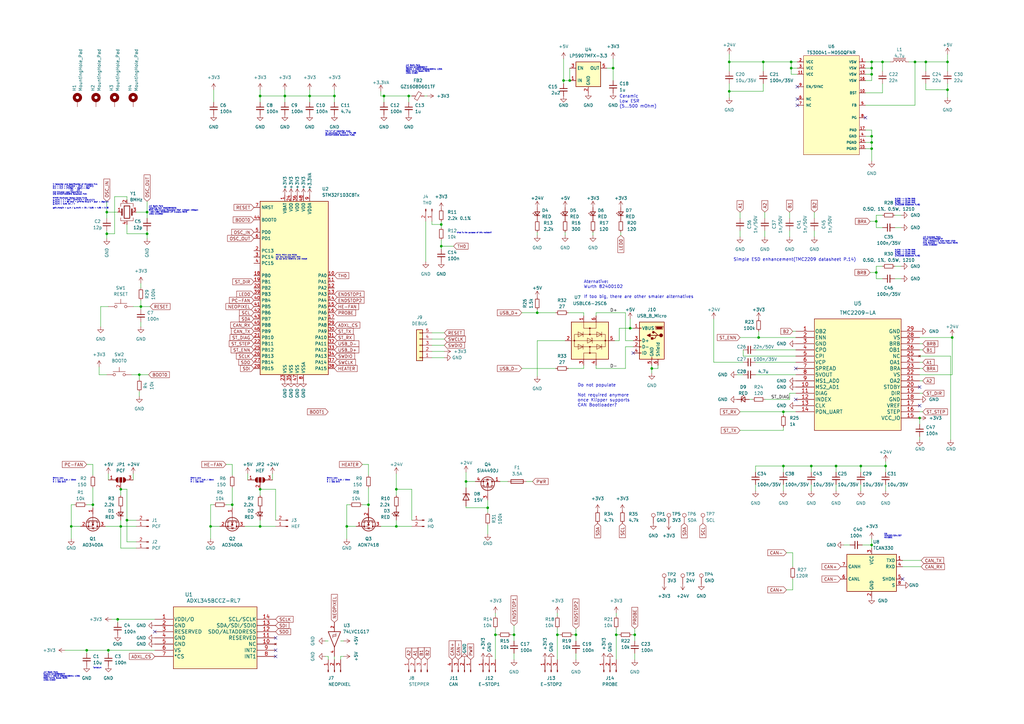
<source format=kicad_sch>
(kicad_sch (version 20211123) (generator eeschema)
  (paper "A3")
  (junction (at 35.56 266.7))
  (junction (at 321.31 191.135))
  (junction (at 379.73 25.4))
  (junction (at 233.68 33.02))
  (junction (at 359.41 90.805))
  (junction (at 106.68 215.9))
  (junction (at 43.815 86.995))
  (junction (at 49.53 200.66))
  (junction (at 180.975 100.965))
  (junction (at 353.06 191.135))
  (junction (at 231.14 33.02))
  (junction (at 324.485 25.4))
  (junction (at 106.68 39.37))
  (junction (at 357.505 30.48))
  (junction (at 167.64 39.37))
  (junction (at 299.085 25.4))
  (junction (at 252.73 260.35))
  (junction (at 388.62 36.83))
  (junction (at 342.9 191.135))
  (junction (at 228.6 260.35))
  (junction (at 299.085 37.465))
  (junction (at 390.525 138.43))
  (junction (at 361.95 25.4))
  (junction (at 388.62 25.4))
  (junction (at 162.56 215.9))
  (junction (at 142.24 215.9))
  (junction (at 49.53 215.9))
  (junction (at 60.325 86.995))
  (junction (at 377.19 171.45))
  (junction (at 357.505 25.4))
  (junction (at 357.505 55.88))
  (junction (at 357.505 27.94))
  (junction (at 52.07 213.36))
  (junction (at 48.26 254))
  (junction (at 57.15 153.67))
  (junction (at 157.48 39.37))
  (junction (at 236.22 260.35))
  (junction (at 313.055 25.4))
  (junction (at 363.22 191.135))
  (junction (at 260.35 260.35))
  (junction (at 137.16 39.37))
  (junction (at 220.345 128.27))
  (junction (at 357.505 60.96))
  (junction (at 324.485 27.94))
  (junction (at 106.68 200.66))
  (junction (at 180.975 92.075))
  (junction (at 258.445 134.62))
  (junction (at 86.36 215.9))
  (junction (at 162.56 200.66))
  (junction (at 267.335 151.13))
  (junction (at 311.15 138.43))
  (junction (at 375.285 25.4))
  (junction (at 116.84 39.37))
  (junction (at 200.025 208.28))
  (junction (at 321.31 168.91))
  (junction (at 44.45 266.7))
  (junction (at 43.815 95.885))
  (junction (at 332.74 191.135))
  (junction (at 57.785 125.73))
  (junction (at 191.135 197.485))
  (junction (at 251.46 27.94))
  (junction (at 210.82 260.35))
  (junction (at 359.41 111.76))
  (junction (at 203.2 260.35))
  (junction (at 95.25 207.01))
  (junction (at 357.505 223.52))
  (junction (at 127 39.37))
  (junction (at 29.21 215.9))
  (junction (at 60.325 95.885))
  (junction (at 357.505 58.42))
  (junction (at 151.13 207.01))
  (junction (at 38.1 207.01))
  (no_connect (at 63.5 259.08))
  (no_connect (at 113.03 261.62))
  (no_connect (at 370.205 237.49))
  (no_connect (at 259.715 144.78))
  (no_connect (at 113.03 269.24))
  (no_connect (at 326.39 151.13))
  (no_connect (at 113.03 266.7))
  (no_connect (at 327.025 35.56))
  (no_connect (at 327.025 43.18))
  (no_connect (at 327.025 40.64))
  (no_connect (at 377.19 158.75))
  (no_connect (at 354.965 48.26))
  (no_connect (at 326.39 163.83))
  (no_connect (at 377.19 166.37))
  (wire (pts (xy 342.9 193.675) (xy 342.9 191.135)))
  (wire (pts (xy 87.63 207.01) (xy 86.36 207.01)))
  (wire (pts (xy 357.505 53.34) (xy 357.505 55.88)))
  (wire (pts (xy 236.22 260.35) (xy 236.22 257.81)))
  (wire (pts (xy 370.205 229.87) (xy 377.825 229.87)))
  (wire (pts (xy 327.025 27.94) (xy 324.485 27.94)))
  (wire (pts (xy 137.16 269.24) (xy 137.16 270.51)))
  (wire (pts (xy 231.14 33.02) (xy 233.68 33.02)))
  (wire (pts (xy 43.815 94.615) (xy 43.815 95.885)))
  (wire (pts (xy 239.395 151.13) (xy 233.045 151.13)))
  (wire (pts (xy 133.35 269.24) (xy 134.62 269.24)))
  (wire (pts (xy 303.53 176.53) (xy 321.31 176.53)))
  (wire (pts (xy 251.46 24.13) (xy 251.46 27.94)))
  (wire (pts (xy 359.41 88.265) (xy 361.95 88.265)))
  (wire (pts (xy 40.64 150.495) (xy 40.64 153.67)))
  (wire (pts (xy 228.6 260.35) (xy 229.87 260.35)))
  (wire (pts (xy 353.06 191.135) (xy 353.06 193.675)))
  (wire (pts (xy 52.07 81.915) (xy 52.07 80.645)))
  (wire (pts (xy 111.76 196.85) (xy 111.76 194.31)))
  (wire (pts (xy 142.24 207.01) (xy 142.24 215.9)))
  (wire (pts (xy 156.21 215.9) (xy 162.56 215.9)))
  (wire (pts (xy 106.68 36.83) (xy 106.68 39.37)))
  (wire (pts (xy 304.8 143.51) (xy 304.8 146.05)))
  (wire (pts (xy 321.31 176.53) (xy 321.31 175.26)))
  (wire (pts (xy 143.51 207.01) (xy 142.24 207.01)))
  (wire (pts (xy 332.74 198.755) (xy 332.74 201.295)))
  (wire (pts (xy 357.505 25.4) (xy 357.505 27.94)))
  (wire (pts (xy 256.54 151.13) (xy 244.475 151.13)))
  (wire (pts (xy 389.89 146.05) (xy 389.89 180.34)))
  (wire (pts (xy 321.31 168.91) (xy 321.31 170.18)))
  (wire (pts (xy 113.03 215.9) (xy 106.68 215.9)))
  (wire (pts (xy 353.695 223.52) (xy 357.505 223.52)))
  (wire (pts (xy 334.01 86.995) (xy 334.01 89.535)))
  (wire (pts (xy 254 134.62) (xy 254 139.7)))
  (wire (pts (xy 137.16 39.37) (xy 137.16 41.91)))
  (wire (pts (xy 361.95 34.29) (xy 361.95 38.1)))
  (wire (pts (xy 309.88 143.51) (xy 326.39 143.51)))
  (wire (pts (xy 52.07 200.66) (xy 49.53 200.66)))
  (wire (pts (xy 388.62 22.225) (xy 388.62 25.4)))
  (wire (pts (xy 354.965 30.48) (xy 357.505 30.48)))
  (wire (pts (xy 220.345 95.25) (xy 220.345 96.52)))
  (wire (pts (xy 307.34 163.83) (xy 308.61 163.83)))
  (wire (pts (xy 359.41 90.805) (xy 359.41 88.265)))
  (wire (pts (xy 359.41 114.3) (xy 361.95 114.3)))
  (wire (pts (xy 292.735 148.59) (xy 292.735 130.81)))
  (wire (pts (xy 361.95 25.4) (xy 365.125 25.4)))
  (wire (pts (xy 101.6 194.31) (xy 101.6 196.85)))
  (wire (pts (xy 363.22 191.135) (xy 363.22 193.675)))
  (wire (pts (xy 162.56 200.66) (xy 162.56 203.2)))
  (wire (pts (xy 357.505 220.98) (xy 357.505 223.52)))
  (wire (pts (xy 256.54 128.27) (xy 244.475 128.27)))
  (wire (pts (xy 354.965 25.4) (xy 357.505 25.4)))
  (wire (pts (xy 239.395 149.86) (xy 239.395 151.13)))
  (wire (pts (xy 388.62 34.29) (xy 388.62 36.83)))
  (wire (pts (xy 269.875 151.13) (xy 267.335 151.13)))
  (wire (pts (xy 323.85 86.995) (xy 323.85 89.535)))
  (wire (pts (xy 323.85 94.615) (xy 323.85 97.155)))
  (wire (pts (xy 377.19 153.67) (xy 390.525 153.67)))
  (wire (pts (xy 354.965 33.02) (xy 357.505 33.02)))
  (wire (pts (xy 267.335 149.86) (xy 267.335 151.13)))
  (wire (pts (xy 309.88 191.135) (xy 321.31 191.135)))
  (wire (pts (xy 354.965 58.42) (xy 357.505 58.42)))
  (wire (pts (xy 354.965 55.88) (xy 357.505 55.88)))
  (wire (pts (xy 375.285 43.18) (xy 375.285 25.4)))
  (wire (pts (xy 361.95 25.4) (xy 361.95 29.21)))
  (wire (pts (xy 116.84 39.37) (xy 116.84 41.91)))
  (wire (pts (xy 260.35 260.35) (xy 260.35 262.89)))
  (wire (pts (xy 57.785 116.205) (xy 57.785 118.11)))
  (wire (pts (xy 252.73 251.46) (xy 252.73 252.73)))
  (wire (pts (xy 200.025 215.265) (xy 200.025 219.075)))
  (wire (pts (xy 379.73 36.83) (xy 388.62 36.83)))
  (wire (pts (xy 220.345 127) (xy 220.345 128.27)))
  (wire (pts (xy 210.82 260.35) (xy 210.82 256.54)))
  (wire (pts (xy 127 39.37) (xy 127 41.91)))
  (wire (pts (xy 177.165 144.145) (xy 182.245 144.145)))
  (wire (pts (xy 313.69 94.615) (xy 313.69 97.155)))
  (wire (pts (xy 116.84 36.83) (xy 116.84 39.37)))
  (wire (pts (xy 38.1 207.01) (xy 38.1 208.28)))
  (wire (pts (xy 29.21 207.01) (xy 29.21 215.9)))
  (wire (pts (xy 92.71 207.01) (xy 95.25 207.01)))
  (wire (pts (xy 252.73 260.35) (xy 254 260.35)))
  (wire (pts (xy 325.12 135.89) (xy 326.39 135.89)))
  (wire (pts (xy 254.635 95.25) (xy 254.635 96.52)))
  (wire (pts (xy 210.82 267.97) (xy 210.82 270.51)))
  (wire (pts (xy 40.64 153.67) (xy 43.815 153.67)))
  (wire (pts (xy 52.07 95.885) (xy 60.325 95.885)))
  (wire (pts (xy 377.19 171.45) (xy 377.19 173.99)))
  (wire (pts (xy 228.6 260.35) (xy 228.6 270.51)))
  (wire (pts (xy 45.72 254) (xy 48.26 254)))
  (wire (pts (xy 200.025 208.28) (xy 200.025 210.185)))
  (wire (pts (xy 95.25 200.025) (xy 95.25 207.01)))
  (wire (pts (xy 243.205 95.25) (xy 243.205 96.52)))
  (wire (pts (xy 52.07 213.36) (xy 52.07 200.66)))
  (wire (pts (xy 140.97 262.89) (xy 139.7 262.89)))
  (wire (pts (xy 269.875 149.86) (xy 269.875 151.13)))
  (wire (pts (xy 367.03 109.22) (xy 369.57 109.22)))
  (wire (pts (xy 168.91 200.66) (xy 162.56 200.66)))
  (wire (pts (xy 378.46 140.97) (xy 377.19 140.97)))
  (wire (pts (xy 200.025 205.105) (xy 200.025 208.28)))
  (wire (pts (xy 157.48 41.91) (xy 157.48 39.37)))
  (wire (pts (xy 322.58 226.695) (xy 325.12 226.695)))
  (wire (pts (xy 55.88 215.9) (xy 49.53 215.9)))
  (wire (pts (xy 354.965 43.18) (xy 375.285 43.18)))
  (wire (pts (xy 378.46 151.13) (xy 377.19 151.13)))
  (wire (pts (xy 54.61 196.85) (xy 54.61 194.31)))
  (wire (pts (xy 259.715 139.7) (xy 256.54 139.7)))
  (wire (pts (xy 346.075 223.52) (xy 348.615 223.52)))
  (wire (pts (xy 55.88 224.79) (xy 49.53 224.79)))
  (wire (pts (xy 186.055 100.965) (xy 180.975 100.965)))
  (wire (pts (xy 137.16 36.83) (xy 137.16 39.37)))
  (wire (pts (xy 378.46 148.59) (xy 377.19 148.59)))
  (wire (pts (xy 127 39.37) (xy 137.16 39.37)))
  (wire (pts (xy 363.22 189.23) (xy 363.22 191.135)))
  (wire (pts (xy 106.68 39.37) (xy 106.68 41.91)))
  (wire (pts (xy 191.135 208.28) (xy 200.025 208.28)))
  (wire (pts (xy 379.73 34.29) (xy 379.73 36.83)))
  (wire (pts (xy 367.03 93.345) (xy 369.57 93.345)))
  (wire (pts (xy 299.085 25.4) (xy 313.055 25.4)))
  (wire (pts (xy 378.46 168.91) (xy 377.19 168.91)))
  (wire (pts (xy 313.69 163.83) (xy 323.85 163.83)))
  (wire (pts (xy 46.99 80.645) (xy 46.99 95.885)))
  (wire (pts (xy 113.03 200.66) (xy 106.68 200.66)))
  (wire (pts (xy 244.475 151.13) (xy 244.475 149.86)))
  (wire (pts (xy 234.95 260.35) (xy 236.22 260.35)))
  (wire (pts (xy 251.46 27.94) (xy 248.92 27.94)))
  (wire (pts (xy 38.1 190.5) (xy 38.1 194.945)))
  (wire (pts (xy 35.56 266.7) (xy 44.45 266.7)))
  (wire (pts (xy 299.085 37.465) (xy 299.085 40.005)))
  (wire (pts (xy 43.815 86.995) (xy 43.815 89.535)))
  (wire (pts (xy 57.15 153.67) (xy 60.96 153.67)))
  (wire (pts (xy 49.53 215.9) (xy 49.53 224.79)))
  (wire (pts (xy 139.7 270.51) (xy 139.7 269.24)))
  (wire (pts (xy 151.13 190.5) (xy 151.13 194.945)))
  (wire (pts (xy 54.61 125.73) (xy 57.785 125.73)))
  (wire (pts (xy 313.69 86.995) (xy 313.69 89.535)))
  (wire (pts (xy 177.165 146.685) (xy 182.245 146.685)))
  (wire (pts (xy 48.26 254) (xy 63.5 254)))
  (wire (pts (xy 313.055 37.465) (xy 299.085 37.465)))
  (wire (pts (xy 191.135 197.485) (xy 191.135 200.025)))
  (wire (pts (xy 357.505 33.02) (xy 357.505 30.48)))
  (wire (pts (xy 113.03 213.36) (xy 113.03 200.66)))
  (wire (pts (xy 292.735 148.59) (xy 304.8 148.59)))
  (wire (pts (xy 60.325 86.995) (xy 60.325 89.535)))
  (wire (pts (xy 210.82 260.35) (xy 210.82 262.89)))
  (wire (pts (xy 379.73 25.4) (xy 379.73 29.21)))
  (wire (pts (xy 57.15 153.67) (xy 57.15 155.575)))
  (wire (pts (xy 357.505 55.88) (xy 357.505 58.42)))
  (wire (pts (xy 231.14 33.02) (xy 231.14 34.29)))
  (wire (pts (xy 259.08 260.35) (xy 260.35 260.35)))
  (wire (pts (xy 35.56 207.01) (xy 38.1 207.01)))
  (wire (pts (xy 304.8 146.05) (xy 326.39 146.05)))
  (wire (pts (xy 354.965 60.96) (xy 357.505 60.96)))
  (wire (pts (xy 357.505 25.4) (xy 361.95 25.4)))
  (wire (pts (xy 57.785 125.73) (xy 61.595 125.73)))
  (wire (pts (xy 49.53 213.36) (xy 49.53 215.9)))
  (wire (pts (xy 177.165 141.605) (xy 182.245 141.605)))
  (wire (pts (xy 180.975 100.965) (xy 180.975 98.425)))
  (wire (pts (xy 244.475 128.27) (xy 244.475 129.54)))
  (wire (pts (xy 177.165 136.525) (xy 182.245 136.525)))
  (wire (pts (xy 44.45 266.7) (xy 44.45 267.97)))
  (wire (pts (xy 215.9 197.485) (xy 218.44 197.485)))
  (wire (pts (xy 258.445 134.62) (xy 254 134.62)))
  (wire (pts (xy 353.06 191.135) (xy 363.22 191.135)))
  (wire (pts (xy 44.45 125.73) (xy 41.275 125.73)))
  (wire (pts (xy 52.07 92.075) (xy 52.07 95.885)))
  (wire (pts (xy 251.46 33.02) (xy 251.46 27.94)))
  (wire (pts (xy 309.88 191.135) (xy 309.88 193.675)))
  (wire (pts (xy 220.345 139.7) (xy 231.775 139.7)))
  (wire (pts (xy 148.59 207.01) (xy 151.13 207.01)))
  (wire (pts (xy 236.22 267.97) (xy 236.22 270.51)))
  (wire (pts (xy 167.64 39.37) (xy 168.91 39.37)))
  (wire (pts (xy 57.785 123.19) (xy 57.785 125.73)))
  (wire (pts (xy 43.815 82.55) (xy 43.815 86.995)))
  (wire (pts (xy 43.18 215.9) (xy 49.53 215.9)))
  (wire (pts (xy 342.9 191.135) (xy 353.06 191.135)))
  (wire (pts (xy 60.325 95.885) (xy 60.325 97.79)))
  (wire (pts (xy 356.87 111.76) (xy 359.41 111.76)))
  (wire (pts (xy 203.2 260.35) (xy 204.47 260.35)))
  (wire (pts (xy 326.39 161.29) (xy 323.85 161.29)))
  (wire (pts (xy 231.14 24.13) (xy 231.14 33.02)))
  (wire (pts (xy 43.815 86.995) (xy 48.26 86.995)))
  (wire (pts (xy 332.74 191.135) (xy 342.9 191.135)))
  (wire (pts (xy 87.63 36.83) (xy 87.63 41.91)))
  (wire (pts (xy 390.525 153.67) (xy 390.525 138.43)))
  (wire (pts (xy 303.53 138.43) (xy 311.15 138.43)))
  (wire (pts (xy 92.71 190.5) (xy 95.25 190.5)))
  (wire (pts (xy 357.505 27.94) (xy 354.965 27.94)))
  (wire (pts (xy 378.46 143.51) (xy 377.19 143.51)))
  (wire (pts (xy 228.6 251.46) (xy 228.6 252.73)))
  (wire (pts (xy 378.46 161.29) (xy 377.19 161.29)))
  (wire (pts (xy 151.13 207.01) (xy 151.13 208.28)))
  (wire (pts (xy 148.59 190.5) (xy 151.13 190.5)))
  (wire (pts (xy 258.445 130.81) (xy 258.445 134.62)))
  (wire (pts (xy 60.325 94.615) (xy 60.325 95.885)))
  (wire (pts (xy 95.25 207.01) (xy 95.25 208.28)))
  (wire (pts (xy 367.03 88.265) (xy 369.57 88.265)))
  (wire (pts (xy 139.7 269.24) (xy 140.97 269.24)))
  (wire (pts (xy 259.715 142.24) (xy 256.54 142.24)))
  (wire (pts (xy 86.36 207.01) (xy 86.36 215.9)))
  (wire (pts (xy 299.085 34.29) (xy 299.085 37.465)))
  (wire (pts (xy 228.6 257.81) (xy 228.6 260.35)))
  (wire (pts (xy 377.19 146.05) (xy 389.89 146.05)))
  (wire (pts (xy 38.1 200.025) (xy 38.1 207.01)))
  (wire (pts (xy 299.085 25.4) (xy 299.085 29.21)))
  (wire (pts (xy 359.41 111.76) (xy 359.41 109.22)))
  (wire (pts (xy 55.88 222.25) (xy 52.07 222.25)))
  (wire (pts (xy 363.22 198.755) (xy 363.22 201.295)))
  (wire (pts (xy 168.91 213.36) (xy 168.91 200.66)))
  (wire (pts (xy 388.62 25.4) (xy 379.73 25.4)))
  (wire (pts (xy 356.87 90.805) (xy 359.41 90.805)))
  (wire (pts (xy 252.73 257.81) (xy 252.73 260.35)))
  (wire (pts (xy 325.12 241.935) (xy 325.12 237.49)))
  (wire (pts (xy 313.055 25.4) (xy 324.485 25.4)))
  (wire (pts (xy 302.26 153.67) (xy 304.8 153.67)))
  (wire (pts (xy 100.33 215.9) (xy 106.68 215.9)))
  (wire (pts (xy 303.53 94.615) (xy 303.53 97.155)))
  (wire (pts (xy 213.995 151.13) (xy 227.965 151.13)))
  (wire (pts (xy 29.21 215.9) (xy 29.21 220.98)))
  (wire (pts (xy 106.68 213.36) (xy 106.68 215.9)))
  (wire (pts (xy 26.67 266.7) (xy 35.56 266.7)))
  (wire (pts (xy 44.45 266.7) (xy 63.5 266.7)))
  (wire (pts (xy 233.68 27.94) (xy 233.68 33.02)))
  (wire (pts (xy 162.56 213.36) (xy 162.56 215.9)))
  (wire (pts (xy 334.01 94.615) (xy 334.01 97.155)))
  (wire (pts (xy 191.135 193.675) (xy 191.135 197.485)))
  (wire (pts (xy 313.055 34.29) (xy 313.055 37.465)))
  (wire (pts (xy 299.085 22.225) (xy 299.085 25.4)))
  (wire (pts (xy 213.995 128.27) (xy 220.345 128.27)))
  (wire (pts (xy 309.88 198.755) (xy 309.88 201.295)))
  (wire (pts (xy 209.55 260.35) (xy 210.82 260.35)))
  (wire (pts (xy 146.05 215.9) (xy 142.24 215.9)))
  (wire (pts (xy 133.35 262.89) (xy 134.62 262.89)))
  (wire (pts (xy 359.41 90.805) (xy 359.41 93.345)))
  (wire (pts (xy 375.285 25.4) (xy 379.73 25.4)))
  (wire (pts (xy 52.07 80.645) (xy 46.99 80.645)))
  (wire (pts (xy 357.505 60.96) (xy 357.505 66.04)))
  (wire (pts (xy 173.99 39.37) (xy 175.26 39.37)))
  (wire (pts (xy 327.025 25.4) (xy 324.485 25.4)))
  (wire (pts (xy 378.46 156.21) (xy 377.19 156.21)))
  (wire (pts (xy 309.88 153.67) (xy 326.39 153.67)))
  (wire (pts (xy 134.62 269.24) (xy 134.62 270.51)))
  (wire (pts (xy 311.15 135.89) (xy 311.15 138.43)))
  (wire (pts (xy 177.165 139.065) (xy 182.245 139.065)))
  (wire (pts (xy 254 139.7) (xy 252.095 139.7)))
  (wire (pts (xy 303.53 168.91) (xy 321.31 168.91)))
  (wire (pts (xy 106.68 200.66) (xy 106.68 203.2)))
  (wire (pts (xy 323.85 161.29) (xy 323.85 163.83)))
  (wire (pts (xy 357.505 58.42) (xy 357.505 60.96)))
  (wire (pts (xy 203.2 251.46) (xy 203.2 252.73)))
  (wire (pts (xy 220.345 128.27) (xy 227.965 128.27)))
  (wire (pts (xy 256.54 142.24) (xy 256.54 151.13)))
  (wire (pts (xy 259.715 134.62) (xy 258.445 134.62)))
  (wire (pts (xy 43.815 95.885) (xy 43.815 97.79)))
  (wire (pts (xy 180.975 90.805) (xy 180.975 92.075)))
  (wire (pts (xy 372.745 25.4) (xy 375.285 25.4)))
  (wire (pts (xy 57.15 160.655) (xy 57.15 162.56)))
  (wire (pts (xy 321.31 198.755) (xy 321.31 201.295)))
  (wire (pts (xy 53.975 153.67) (xy 57.15 153.67)))
  (wire (pts (xy 359.41 111.76) (xy 359.41 114.3)))
  (wire (pts (xy 377.19 179.07) (xy 377.19 180.34)))
  (wire (pts (xy 359.41 93.345) (xy 361.95 93.345)))
  (wire (pts (xy 57.785 125.73) (xy 57.785 127)))
  (wire (pts (xy 116.84 39.37) (xy 127 39.37)))
  (wire (pts (xy 203.2 260.35) (xy 203.2 270.51)))
  (wire (pts (xy 30.48 207.01) (xy 29.21 207.01)))
  (wire (pts (xy 35.56 190.5) (xy 38.1 190.5)))
  (wire (pts (xy 367.03 114.3) (xy 369.57 114.3)))
  (wire (pts (xy 151.13 200.025) (xy 151.13 207.01)))
  (wire (pts (xy 157.48 39.37) (xy 167.64 39.37)))
  (wire (pts (xy 324.485 30.48) (xy 324.485 27.94)))
  (wire (pts (xy 180.975 100.965) (xy 180.975 102.235)))
  (wire (pts (xy 35.56 267.97) (xy 35.56 266.7)))
  (wire (pts (xy 52.07 222.25) (xy 52.07 213.36)))
  (wire (pts (xy 86.36 215.9) (xy 86.36 220.98)))
  (wire (pts (xy 55.88 86.995) (xy 60.325 86.995)))
  (wire (pts (xy 390.525 138.43) (xy 390.525 137.795)))
  (wire (pts (xy 127 36.83) (xy 127 39.37)))
  (wire (pts (xy 48.26 254) (xy 48.26 255.27)))
  (wire (pts (xy 313.055 25.4) (xy 313.055 29.21)))
  (wire (pts (xy 353.06 198.755) (xy 353.06 201.295)))
  (wire (pts (xy 327.025 30.48) (xy 324.485 30.48)))
  (wire (pts (xy 309.88 148.59) (xy 326.39 148.59)))
  (wire (pts (xy 156.21 39.37) (xy 157.48 39.37)))
  (wire (pts (xy 174.625 90.805) (xy 174.625 107.315)))
  (wire (pts (xy 177.165 90.805) (xy 177.165 92.075)))
  (wire (pts (xy 52.07 213.36) (xy 55.88 213.36)))
  (wire (pts (xy 332.74 191.135) (xy 332.74 193.675)))
  (wire (pts (xy 203.2 257.81) (xy 203.2 260.35)))
  (wire (pts (xy 324.485 27.94) (xy 324.485 25.4)))
  (wire (pts (xy 377.825 232.41) (xy 370.205 232.41)))
  (wire (pts (xy 60.325 82.55) (xy 60.325 86.995)))
  (wire (pts (xy 321.31 191.135) (xy 332.74 191.135)))
  (wire (pts (xy 194.945 197.485) (xy 191.135 197.485)))
  (wire (pts (xy 267.335 151.13) (xy 267.335 153.035)))
  (wire (pts (xy 388.62 29.21) (xy 388.62 25.4)))
  (wire (pts (xy 239.395 129.54) (xy 239.395 128.27)))
  (wire (pts (xy 46.99 95.885) (xy 43.815 95.885)))
  (wire (pts (xy 167.64 39.37) (xy 167.64 41.91)))
  (wire (pts (xy 156.21 37.465) (xy 156.21 39.37)))
  (wire (pts (xy 57.785 132.08) (xy 57.785 133.985)))
  (wire (pts (xy 321.31 168.91) (xy 326.39 168.91)))
  (wire (pts (xy 44.45 194.31) (xy 44.45 196.85)))
  (wire (pts (xy 322.58 241.935) (xy 325.12 241.935)))
  (wire (pts (xy 162.56 200.66) (xy 162.56 194.31)))
  (wire (pts (xy 311.15 138.43) (xy 326.39 138.43)))
  (wire (pts (xy 359.41 109.22) (xy 361.95 109.22)))
  (wire (pts (xy 168.91 215.9) (xy 162.56 215.9)))
  (wire (pts (xy 231.775 95.25) (xy 231.775 96.52)))
  (wire (pts (xy 90.17 215.9) (xy 86.36 215.9)))
  (wire (pts (xy 303.53 86.995) (xy 303.53 89.535)))
  (wire (pts (xy 354.965 53.34) (xy 357.505 53.34)))
  (wire (pts (xy 256.54 139.7) (xy 256.54 128.27)))
  (wire (pts (xy 325.12 226.695) (xy 325.12 232.41)))
  (wire (pts (xy 95.25 190.5) (xy 95.25 194.945)))
  (wire (pts (xy 220.345 154.305) (xy 220.345 139.7)))
  (wire (pts (xy 205.105 197.485) (xy 208.28 197.485)))
  (wire (pts (xy 252.73 260.35) (xy 252.73 270.51)))
  (wire (pts (xy 239.395 128.27) (xy 233.045 128.27)))
  (wire (pts (xy 260.35 260.35) (xy 260.35 257.81)))
  (wire (pts (xy 377.19 138.43) (xy 390.525 138.43)))
  (wire (pts (xy 236.22 260.35) (xy 236.22 262.89)))
  (wire (pts (xy 342.9 198.755) (xy 342.9 201.295)))
  (wire (pts (xy 106.68 39.37) (xy 116.84 39.37)))
  (wire (pts (xy 191.135 207.645) (xy 191.135 208.28)))
  (wire (pts (xy 41.275 125.73) (xy 41.275 133.985)))
  (wire (pts (xy 142.24 215.9) (xy 142.24 220.98)))
  (wire (pts (xy 260.35 267.97) (xy 260.35 270.51)))
  (wire (pts (xy 49.53 200.66) (xy 49.53 203.2)))
  (wire (pts (xy 361.95 38.1) (xy 354.965 38.1)))
  (wire (pts (xy 180.975 92.075) (xy 180.975 93.345)))
  (wire (pts (xy 357.505 223.52) (xy 357.505 224.79)))
  (wire (pts (xy 388.62 36.83) (xy 388.62 40.005)))
  (wire (pts (xy 33.02 215.9) (xy 29.21 215.9)))
  (wire (pts (xy 177.165 92.075) (xy 180.975 92.075)))
  (wire (pts (xy 321.31 191.135) (xy 321.31 193.675)))
  (wire (pts (xy 357.505 30.48) (xy 357.505 27.94)))
  (text "Ohm's Law:\nR = U/I = 3.3V / 20mA\nR = 165 Ohm" (at 21.59 198.12 0) (effects (font (size 0.5 0.5)) (justify left bottom)))
  (text "Ohm's Law:\nR = U/I = 3.3V / 20mA\nR = 165 Ohm" (at 133.985 198.12 0) (effects (font (size 0.5 0.5)) (justify left bottom)))
  (text "Do not populate\n\nNot required anymore \nonce Klipper supports \nCAN Bootloader?" (at 236.855 167.005 0) (effects (font (size 1.27 1.27)) (justify left bottom)))
  (text "What is the purpose of this resistor?" (at 187.325 95.885 0) (effects (font (size 0.5 0.5)) (justify left bottom)))
  (text "0.27Ω -> 0.79A RMS\n0.50Ω -> 0.44A RMS \n0.75Ω -> 0.30A RMS\n(TMC2209 Datasheet P.49)" (at 367.03 84.455 0) (effects (font (size 0.5 0.5)) (justify left bottom)))
  (text "The 4.7 µF capacitor must\nbe connected to VDD3 / Pin 48!\n(STM32F103C8 Datasheet P.36)" (at 133.35 55.88 0) (effects (font (size 0.5 0.5)) (justify left bottom)))
  (text "Alt:\nTCAN332/334/337\nMAX3051" (at 362.585 220.98 0) (effects (font (size 0.5 0.5)) (justify left bottom)))
  (text "Tantalum" (at 38.1 274.32 0) (effects (font (size 0.5 0.5)) (justify left bottom)))
  (text "Aternative:\nWurth 82400102\n\nIf too big, there are other smaler alternatives" (at 239.395 122.555 0) (effects (font (size 1.27 1.27)) (justify left bottom)))
  (text "JLC Basic Part:\nSunlord GZ1608D601TF\n200mA 1 450mΩ 600Ω@100MHz ±25% \n0603 Ferrite Beads ROHS\nLCSC: C1002" (at 17.78 279.4 0) (effects (font (size 0.5 0.5)) (justify left bottom)))
  (text "PC13, PC14 and PC15\ncan only source/sink 3mA\nDo not drive MOSFETs with these!" (at 113.03 106.68 0) (effects (font (size 0.5 0.5)) (justify left bottom)))
  (text "Ceramic\nLow ESR \n(5...500 mOhm)" (at 254 44.45 0) (effects (font (size 1.27 1.27)) (justify left bottom)))
  (text "JLC Extended Part:\nRALEC RTT12R500FTP\n±1% ±200ppm/C 0.5W 0.5Ω 1210 \nChip Resistor - Surface Mount ROHS\nLCSC: C105052" (at 378.46 100.965 0) (effects (font (size 0.5 0.5)) (justify left bottom)))
  (text "TI Selection and Specification of Chrystals P.4:\nCL1 = CL2 = 2*(CLOAD - CPIN - CSTRAY)\nCL1 = CL2 = 2*(20pF - 10pF) = 20pF\n                   (1)    (2)\n(1): Chrystal Load Capacitance\n(2): STM32F103C8T6 Datasheet P.54\n\nSTM32 Oscillator Design Guide P.13:\ng_mcrit = 4 * ESR * (2*PI*f)^2 * (C0+CL)^2\ng_mcrit = 4 * 80 Ohm * (2*PI*8 MHz)^2 * (5pF + 20pF)^2\ng_mcrit = 5.05 mA / V\n\ngain_margin = g_m / g_mcrit = 25 / 5.05 = 4.95 < 5 !!!" (at 21.59 85.725 0) (effects (font (size 0.5 0.5)) (justify left bottom)))
  (text "0.27Ω -> 0.79A RMS\n0.50Ω -> 0.44A RMS \n0.75Ω -> 0.30A RMS\n(TMC2209 Datasheet P.49)" (at 367.03 105.41 0) (effects (font (size 0.5 0.5)) (justify left bottom)))
  (text "JLC Basic Part:\nSunlord GZ1608D601TF\n200mA 1 450mΩ 600Ω@100MHz ±25% \n0603 Ferrite Beads ROHS\nLCSC: C1002" (at 166.37 30.48 0) (effects (font (size 0.5 0.5)) (justify left bottom)))
  (text "Ohm's Law:\nR = U/I = 3.3V / 20mA\nR = 165 Ohm" (at 78.105 198.12 0) (effects (font (size 0.5 0.5)) (justify left bottom)))
  (text "JLC Basic Part:\nYangxing Tech X50328MSB2GI\n8MHz SMD Crystal Resonator 20pF ±10ppm ±50ppm \n-40C~+85C SMD5032-2P Crystals ROHS\nLCSC: C115962" (at 60.96 88.265 0) (effects (font (size 0.5 0.5)) (justify left bottom)))
  (text "Simple ESD enhancement(TMC2209 datasheet P.14)" (at 351.155 107.315 180) (effects (font (size 1.27 1.27)) (justify right bottom)))
  (label "D+" (at 250.19 128.27 0))
  (label "ST_DIAG" (at 316.23 163.83 0))
  (label "D-" (at 250.19 151.13 0))
  (global_label "TH0" (shape input) (at 186.055 100.965 0) (property "Intersheet References" "${INTERSHEET_REFS}" (effects hide)))
  (global_label "ST_ENN" (shape input) (at 303.53 138.43 180) (property "Intersheet References" "${INTERSHEET_REFS}" (effects hide)))
  (global_label "PC-FAN" (shape input) (at 104.14 123.19 180) (property "Intersheet References" "${INTERSHEET_REFS}" (effects hide)))
  (global_label "ST_STEP" (shape input) (at 104.14 140.97 180) (property "Intersheet References" "${INTERSHEET_REFS}" (effects hide)))
  (global_label "B2" (shape input) (at 175.26 270.51 90) (property "Intersheet References" "${INTERSHEET_REFS}" (effects hide)))
  (global_label "CAN_RX" (shape input) (at 377.825 232.41 0) (property "Intersheet References" "${INTERSHEET_REFS}" (effects hide)))
  (global_label "CAN+" (shape input) (at 344.805 232.41 180) (property "Intersheet References" "${INTERSHEET_REFS}" (effects hide)))
  (global_label "SDA" (shape input) (at 245.11 214.63 270) (property "Intersheet References" "${INTERSHEET_REFS}" (effects hide)))
  (global_label "SWDIO" (shape input) (at 137.16 146.05 0) (property "Intersheet References" "${INTERSHEET_REFS}" (effects hide)))
  (global_label "ST_RX" (shape input) (at 303.53 168.91 180) (property "Intersheet References" "${INTERSHEET_REFS}" (effects hide)))
  (global_label "PROBE" (shape input) (at 260.35 257.81 90) (property "Intersheet References" "${INTERSHEET_REFS}" (effects hide)))
  (global_label "OSC_IN" (shape input) (at 104.14 95.25 180) (property "Intersheet References" "${INTERSHEET_REFS}" (effects hide)))
  (global_label "A1" (shape input) (at 378.46 148.59 0) (property "Intersheet References" "${INTERSHEET_REFS}" (effects hide)))
  (global_label "ST_DIAG" (shape input) (at 104.14 138.43 180) (property "Intersheet References" "${INTERSHEET_REFS}" (effects hide)))
  (global_label "B2" (shape input) (at 325.12 135.89 180) (property "Intersheet References" "${INTERSHEET_REFS}" (effects hide)))
  (global_label "PROBE" (shape input) (at 137.16 128.27 0) (property "Intersheet References" "${INTERSHEET_REFS}" (effects hide)))
  (global_label "SWCLK" (shape input) (at 137.16 148.59 0) (property "Intersheet References" "${INTERSHEET_REFS}" (effects hide)))
  (global_label "SCL" (shape input) (at 288.29 214.63 270) (property "Intersheet References" "${INTERSHEET_REFS}" (effects hide)))
  (global_label "BOOT1" (shape input) (at 134.62 168.91 180) (property "Intersheet References" "${INTERSHEET_REFS}" (effects hide)))
  (global_label "SDA" (shape input) (at 280.67 214.63 270) (property "Intersheet References" "${INTERSHEET_REFS}" (effects hide)))
  (global_label "BOOT0" (shape input) (at 60.96 153.67 0) (property "Intersheet References" "${INTERSHEET_REFS}" (effects hide)))
  (global_label "SCL" (shape input) (at 255.27 214.63 270) (property "Intersheet References" "${INTERSHEET_REFS}" (effects hide)))
  (global_label "SWDIO" (shape input) (at 182.245 141.605 0) (property "Intersheet References" "${INTERSHEET_REFS}" (effects hide)))
  (global_label "B1" (shape input) (at 378.46 143.51 0) (property "Intersheet References" "${INTERSHEET_REFS}" (effects hide)))
  (global_label "RESET" (shape input) (at 61.595 125.73 0) (property "Intersheet References" "${INTERSHEET_REFS}" (effects hide)))
  (global_label "NEOPIXEL" (shape input) (at 137.16 255.27 90) (property "Intersheet References" "${INTERSHEET_REFS}" (effects hide)))
  (global_label "LED0" (shape input) (at 254.635 96.52 270) (property "Intersheet References" "${INTERSHEET_REFS}" (effects hide)))
  (global_label "CAN_TX" (shape input) (at 377.825 229.87 0) (property "Intersheet References" "${INTERSHEET_REFS}" (effects hide)))
  (global_label "RESET" (shape input) (at 104.14 85.09 180) (property "Intersheet References" "${INTERSHEET_REFS}" (effects hide)))
  (global_label "B2" (shape input) (at 334.01 86.995 90) (property "Intersheet References" "${INTERSHEET_REFS}" (effects hide)))
  (global_label "ST_TX" (shape input) (at 303.53 176.53 180) (property "Intersheet References" "${INTERSHEET_REFS}" (effects hide)))
  (global_label "CAN-" (shape input) (at 187.96 270.51 90) (property "Intersheet References" "${INTERSHEET_REFS}" (effects hide)))
  (global_label "HEATER" (shape input) (at 148.59 190.5 180) (property "Intersheet References" "${INTERSHEET_REFS}" (effects hide)))
  (global_label "SDI" (shape input) (at 113.03 256.54 0) (property "Intersheet References" "${INTERSHEET_REFS}" (effects hide)))
  (global_label "ADXL_CS" (shape input) (at 63.5 269.24 180) (property "Intersheet References" "${INTERSHEET_REFS}" (effects hide)))
  (global_label "SDO" (shape input) (at 113.03 259.08 0) (property "Intersheet References" "${INTERSHEET_REFS}" (effects hide)))
  (global_label "ST_DIR" (shape input) (at 104.14 115.57 180) (property "Intersheet References" "${INTERSHEET_REFS}" (effects hide)))
  (global_label "USB_D+" (shape input) (at 137.16 143.51 0) (property "Intersheet References" "${INTERSHEET_REFS}" (effects hide)))
  (global_label "BRB" (shape input) (at 378.46 140.97 0) (property "Intersheet References" "${INTERSHEET_REFS}" (effects hide)))
  (global_label "SDO" (shape input) (at 104.14 148.59 180) (property "Intersheet References" "${INTERSHEET_REFS}" (effects hide)))
  (global_label "HE-FAN" (shape input) (at 137.16 125.73 0) (property "Intersheet References" "${INTERSHEET_REFS}" (effects hide)))
  (global_label "ST_RX" (shape input) (at 137.16 138.43 0) (property "Intersheet References" "${INTERSHEET_REFS}" (effects hide)))
  (global_label "ADXL_CS" (shape input) (at 137.16 133.35 0) (property "Intersheet References" "${INTERSHEET_REFS}" (effects hide)))
  (global_label "B1" (shape input) (at 172.72 270.51 90) (property "Intersheet References" "${INTERSHEET_REFS}" (effects hide)))
  (global_label "CAN-" (shape input) (at 344.805 237.49 180) (property "Intersheet References" "${INTERSHEET_REFS}" (effects hide)))
  (global_label "A1" (shape input) (at 170.18 270.51 90) (property "Intersheet References" "${INTERSHEET_REFS}" (effects hide)))
  (global_label "ST_TX" (shape input) (at 137.16 135.89 0) (property "Intersheet References" "${INTERSHEET_REFS}" (effects hide)))
  (global_label "OSC_OUT" (shape input) (at 104.14 97.79 180) (property "Intersheet References" "${INTERSHEET_REFS}" (effects hide)))
  (global_label "RESET" (shape input) (at 182.245 136.525 0) (property "Intersheet References" "${INTERSHEET_REFS}" (effects hide)))
  (global_label "BOOT0" (shape input) (at 104.14 90.17 180) (property "Intersheet References" "${INTERSHEET_REFS}" (effects hide)))
  (global_label "SWCLK" (shape input) (at 182.245 139.065 0) (property "Intersheet References" "${INTERSHEET_REFS}" (effects hide)))
  (global_label "PWR" (shape input) (at 218.44 197.485 0) (property "Intersheet References" "${INTERSHEET_REFS}" (effects hide)))
  (global_label "CAN_TX" (shape input) (at 104.14 135.89 180) (property "Intersheet References" "${INTERSHEET_REFS}" (effects hide)))
  (global_label "ST_DIR" (shape input) (at 378.46 161.29 0) (property "Intersheet References" "${INTERSHEET_REFS}" (effects hide)))
  (global_label "A2" (shape input) (at 313.69 86.995 90) (property "Intersheet References" "${INTERSHEET_REFS}" (effects hide)))
  (global_label "NEOPIXEL" (shape input) (at 104.14 125.73 180) (property "Intersheet References" "${INTERSHEET_REFS}" (effects hide)))
  (global_label "PWR" (shape input) (at 193.04 270.51 90) (property "Intersheet References" "${INTERSHEET_REFS}" (effects hide)))
  (global_label "SDI" (shape input) (at 104.14 151.13 180) (property "Intersheet References" "${INTERSHEET_REFS}" (effects hide)))
  (global_label "A2" (shape input) (at 378.46 156.21 0) (property "Intersheet References" "${INTERSHEET_REFS}" (effects hide)))
  (global_label "HE-FAN" (shape input) (at 92.71 190.5 180) (property "Intersheet References" "${INTERSHEET_REFS}" (effects hide)))
  (global_label "SCL" (shape input) (at 104.14 128.27 180) (property "Intersheet References" "${INTERSHEET_REFS}" (effects hide)))
  (global_label "CAN+" (shape input) (at 322.58 241.935 180) (property "Intersheet References" "${INTERSHEET_REFS}" (effects hide)))
  (global_label "ENDSTOP2" (shape input) (at 236.22 257.81 90) (property "Intersheet References" "${INTERSHEET_REFS}" (effects hide)))
  (global_label "USB_D-" (shape input) (at 137.16 140.97 0) (property "Intersheet References" "${INTERSHEET_REFS}" (effects hide)))
  (global_label "PC-FAN" (shape input) (at 35.56 190.5 180) (property "Intersheet References" "${INTERSHEET_REFS}" (effects hide)))
  (global_label "USB_D+" (shape input) (at 213.995 128.27 180) (property "Intersheet References" "${INTERSHEET_REFS}" (effects hide)))
  (global_label "SCLK" (shape input) (at 104.14 146.05 180) (property "Intersheet References" "${INTERSHEET_REFS}" (effects hide)))
  (global_label "LED0" (shape input) (at 104.14 120.65 180) (property "Intersheet References" "${INTERSHEET_REFS}" (effects hide)))
  (global_label "HEATER" (shape input) (at 137.16 151.13 0) (property "Intersheet References" "${INTERSHEET_REFS}" (effects hide)))
  (global_label "USB_D-" (shape input) (at 213.995 151.13 180) (property "Intersheet References" "${INTERSHEET_REFS}" (effects hide)))
  (global_label "CAN_RX" (shape input) (at 104.14 133.35 180) (property "Intersheet References" "${INTERSHEET_REFS}" (effects hide)))
  (global_label "CAN+" (shape input) (at 185.42 270.51 90) (property "Intersheet References" "${INTERSHEET_REFS}" (effects hide)))
  (global_label "SDA" (shape input) (at 104.14 130.81 180) (property "Intersheet References" "${INTERSHEET_REFS}" (effects hide)))
  (global_label "B1" (shape input) (at 323.85 86.995 90) (property "Intersheet References" "${INTERSHEET_REFS}" (effects hide)))
  (global_label "CAN-" (shape input) (at 322.58 226.695 180) (property "Intersheet References" "${INTERSHEET_REFS}" (effects hide)))
  (global_label "ENDSTOP2" (shape input) (at 137.16 123.19 0) (property "Intersheet References" "${INTERSHEET_REFS}" (effects hide)))
  (global_label "ENDSTOP1" (shape input) (at 210.82 256.54 90) (property "Intersheet References" "${INTERSHEET_REFS}" (effects hide)))
  (global_label "OSC_IN" (shape input) (at 43.815 82.55 90) (property "Intersheet References" "${INTERSHEET_REFS}" (effects hide)))
  (global_label "BRA" (shape input) (at 378.46 151.13 0) (property "Intersheet References" "${INTERSHEET_REFS}" (effects hide)))
  (global_label "ST_ENN" (shape input) (at 104.14 143.51 180) (property "Intersheet References" "${INTERSHEET_REFS}" (effects hide)))
  (global_label "SCLK" (shape input) (at 113.03 254 0) (property "Intersheet References" "${INTERSHEET_REFS}" (effects hide)))
  (global_label "ENDSTOP1" (shape input) (at 137.16 120.65 0) (property "Intersheet References" "${INTERSHEET_REFS}" (effects hide)))
  (global_label "TH0" (shape input) (at 137.16 113.03 0) (property "Intersheet References" "${INTERSHEET_REFS}" (effects hide)))
  (global_label "OSC_OUT" (shape input) (at 60.325 82.55 90) (property "Intersheet References" "${INTERSHEET_REFS}" (effects hide)))
  (global_label "A2" (shape input) (at 167.64 270.51 90) (property "Intersheet References" "${INTERSHEET_REFS}" (effects hide)))
  (global_label "BRA" (shape input) (at 356.87 90.805 180) (property "Intersheet References" "${INTERSHEET_REFS}" (effects hide)))
  (global_label "BRB" (shape input) (at 356.87 111.76 180) (property "Intersheet References" "${INTERSHEET_REFS}" (effects hide)))
  (global_label "ST_STEP" (shape input) (at 378.46 168.91 0) (property "Intersheet References" "${INTERSHEET_REFS}" (effects hide)))
  (global_label "A1" (shape input) (at 303.53 86.995 90) (property "Intersheet References" "${INTERSHEET_REFS}" (effects hide)))
  (symbol (lib_id "ADXL345BCCZ-RL7:ADXL345BCCZ-RL7") (at 63.5 254 0) (unit 1)
    (property "Reference" "U1" (at 77.47 243.84 0) (effects (font (size 1.524 1.524))))
    (property "Value" "ADXL345BCCZ-RL7" (at 87.63 246.38 0) (effects (font (size 1.524 1.524))))
    (property "Footprint" "footprints:ADXL345BCCZ-RL7" (effects hide))
  )
  (symbol (lib_id "Device:C_Small") (at 332.74 196.215 0) (unit 1)
    (property "Reference" "C43" (at 333.375 194.31 0) (effects (justify left)))
    (property "Value" "10u/35V" (at 333.375 198.755 0) (effects (justify left)))
    (property "Footprint" "Capacitor_SMD:C_0805_2012Metric" (effects hide))
    (property "Datasheet" "https://datasheet.lcsc.com/lcsc/1912111437_TDK-C2012X5R1V226MT000E_C338080.pdf" (effects hide))
    (property "Description" "±10% 35V X5R" (effects hide))
    (property "LCSC#" "C338080" (effects hide))
    (property "MFG#" "C2012X5R1V226MT000E" (effects hide))
  )
  (symbol (lib_id "power:GND") (at 157.48 46.99 0) (unit 1)
    (property "Reference" "#PWR036" (effects hide))
    (property "Value" "GND" (at 157.48 52.07 0))
  )
  (symbol (lib_id "Device:Q_NMOS_SGD") (at 151.13 213.36 270) (unit 1)
    (property "Reference" "Q3" (at 151.13 220.98 90))
    (property "Value" "AON7418" (at 151.13 223.52 90))
    (property "Footprint" "footprints:AON7418" (effects hide))
    (property "Datasheet" "https://lcsc.com/product-detail/MOSFETs_Alpha-Omega-Semicon-AON7418_C74384.html" (effects hide))
    (property "LCSC#" "C74384" (effects hide))
    (property "MFG#" "AON7418" (effects hide))
  )
  (symbol (lib_id "Jumper:SolderJumper_3_Open") (at 49.53 196.85 0) (unit 1)
    (property "Reference" "JP1" (at 49.53 190.5 0))
    (property "Value" "PCF" (at 49.53 193.04 0))
    (property "Footprint" "Jumper:SolderJumper-3_P1.3mm_Open_RoundedPad1.0x1.5mm_NumberLabels" (effects hide))
  )
  (symbol (lib_id "Device:C_Small") (at 377.19 176.53 0) (unit 1)
    (property "Reference" "C47" (at 379.73 175.2662 0) (effects (justify left)))
    (property "Value" "100n" (at 379.73 177.8062 0) (effects (justify left)))
    (property "Footprint" "Capacitor_SMD:C_0402_1005Metric" (effects hide))
    (property "Datasheet" "https://lcsc.com/product-detail/Multilayer-Ceramic-Capacitors-MLCC---SMD-SMT_Samsung-Electro-Mechanics-CL05B104KB54PNC_C307331.html%200%20Center%20Center%200%200%201.27%20mm" (effects hide))
    (property "Description" "±10% 50V X7R" (effects hide))
    (property "LCSC#" "C307331" (effects hide))
    (property "MFG#" "CL05B104KB54PNC" (effects hide))
  )
  (symbol (lib_id "Connector:Conn_01x02_Male") (at 177.165 85.725 270) (unit 1)
    (property "Reference" "J4" (at 173.355 80.645 90) (effects (justify left)))
    (property "Value" "TH0" (at 173.355 83.185 90) (effects (justify left)))
    (property "Footprint" "Connector_JST:JST_PH_B2B-PH-K_1x02_P2.00mm_Vertical" (effects hide))
  )
  (symbol (lib_id "Device:R_Small") (at 220.345 92.71 0) (unit 1)
    (property "Reference" "R13" (at 222.885 91.4399 0) (effects (justify left)))
    (property "Value" "2.2k" (at 222.885 93.9799 0) (effects (justify left)))
    (property "Footprint" "Resistor_SMD:R_0402_1005Metric" (effects hide))
    (property "Datasheet" "https://lcsc.com/product-detail/Chip-Resistor---Surface-Mount_UNI-ROYALUniroyal-Elec-0402WGF2201TCE_C25879.html" (effects hide))
  )
  (symbol (lib_id "Device:R_Small") (at 321.31 172.72 180) (unit 1)
    (property "Reference" "R25" (at 323.85 171.4499 0) (effects (justify right)))
    (property "Value" "1k" (at 323.85 173.9899 0) (effects (justify right)))
    (property "Footprint" "Resistor_SMD:R_0402_1005Metric" (effects hide))
    (property "Datasheet" "https://lcsc.com/product-detail/Chip-Resistor---Surface-Mount_UNI-ROYALUniroyal-Elec-0402WGF1001TCE_C11702.html" (effects hide))
  )
  (symbol (lib_id "power:GND") (at 326.39 158.75 270) (unit 1)
    (property "Reference" "#PWR095" (effects hide))
    (property "Value" "GND" (at 322.58 158.75 90) (effects (justify right)))
  )
  (symbol (lib_id "Device:C_Small") (at 307.34 148.59 270) (unit 1)
    (property "Reference" "C27" (at 306.07 147.32 90) (effects (justify right)))
    (property "Value" "100n/35V" (at 318.77 147.32 90) (effects (justify right)))
    (property "Footprint" "Capacitor_SMD:C_0402_1005Metric" (effects hide))
    (property "Datasheet" "https://lcsc.com/product-detail/Multilayer-Ceramic-Capacitors-MLCC---SMD-SMT_Samsung-Electro-Mechanics-CL05B104KB54PNC_C307331.html" (effects hide))
    (property "Description" "±10% 50V X7R" (effects hide))
    (property "LCSC#" "C307331" (effects hide))
    (property "MFG#" "CL05B104KB54PNC" (effects hide))
  )
  (symbol (lib_id "power:GND") (at 137.16 46.99 0) (unit 1)
    (property "Reference" "#PWR034" (effects hide))
    (property "Value" "GND" (at 137.16 52.07 0))
  )
  (symbol (lib_id "Connector:TestPoint") (at 288.29 214.63 0) (unit 1)
    (property "Reference" "TP7" (at 289.56 210.82 0) (effects (justify left)))
    (property "Value" "SCL" (at 289.56 213.36 0) (effects (justify left)))
    (property "Footprint" "TestPoint:TestPoint_Pad_D1.0mm" (effects hide))
  )
  (symbol (lib_id "power:GND") (at 326.39 166.37 270) (unit 1)
    (property "Reference" "#PWR096" (effects hide))
    (property "Value" "GND" (at 322.58 166.37 90) (effects (justify right)))
  )
  (symbol (lib_id "power:GND") (at 332.74 201.295 0) (unit 1)
    (property "Reference" "#PWR0111" (effects hide))
    (property "Value" "GND" (at 332.74 206.375 0))
  )
  (symbol (lib_id "power:+5V") (at 258.445 130.81 0) (unit 1)
    (property "Reference" "#PWR0143" (effects hide))
    (property "Value" "+5V" (at 258.445 127 0))
  )
  (symbol (lib_id "power:GND") (at 63.5 261.62 270) (unit 1)
    (property "Reference" "#PWR014" (effects hide))
    (property "Value" "GND" (at 55.88 261.62 90) (effects (justify left)))
  )
  (symbol (lib_id "Connector:Conn_01x04_Male") (at 170.18 275.59 90) (unit 1)
    (property "Reference" "J8" (at 167.64 278.13 90) (effects (justify right)))
    (property "Value" "STEPPER" (at 167.64 280.67 90) (effects (justify right)))
    (property "Footprint" "Connector_JST:JST_PH_B4B-PH-K_1x04_P2.00mm_Vertical" (effects hide))
  )
  (symbol (lib_id "Device:C_Small") (at 44.45 270.51 0) (unit 1)
    (property "Reference" "C3" (at 46.99 269.24 0) (effects (justify left)))
    (property "Value" "100n" (at 46.99 271.78 0) (effects (justify left)))
    (property "Footprint" "Capacitor_SMD:C_0402_1005Metric" (effects hide))
    (property "Datasheet" "https://lcsc.com/product-detail/Multilayer-Ceramic-Capacitors-MLCC---SMD-SMT_Samsung-Electro-Mechanics-CL05B104KB54PNC_C307331.html%200%20Center%20Center%200%200%201.27%20mm" (effects hide))
    (property "Description" "±10% 50V X7R" (effects hide))
    (property "LCSC#" "C307331" (effects hide))
    (property "MFG#" "CL05B104KB54PNC" (effects hide))
  )
  (symbol (lib_id "power:GND") (at 57.785 133.985 0) (unit 1)
    (property "Reference" "#PWR0129" (effects hide))
    (property "Value" "GND" (at 57.785 139.065 0))
  )
  (symbol (lib_id "Device:R_Small") (at 203.2 255.27 180) (unit 1)
    (property "Reference" "R14" (at 198.12 254 0) (effects (justify right)))
    (property "Value" "10k" (at 198.12 256.54 0) (effects (justify right)))
    (property "Footprint" "Resistor_SMD:R_0402_1005Metric" (effects hide))
    (property "Datasheet" "https://lcsc.com/product-detail/Chip-Resistor---Surface-Mount_UNI-ROYALUniroyal-Elec-0402WGF1002TCE_C25744.html" (effects hide))
  )
  (symbol (lib_id "Device:Crystal_GND24") (at 52.07 86.995 0) (unit 1)
    (property "Reference" "Y1" (at 54.61 79.375 0))
    (property "Value" "8MHz" (at 55.88 81.915 0))
    (property "Footprint" "Crystal:Crystal_SMD_3225-4Pin_3.2x2.5mm" (effects hide))
    (property "Datasheet" "https://lcsc.com/product-detail/Crystals_TAE-Zhejiang-Abel-Elec-TAXM8M4RFDCET2T_C403948.html" (effects hide))
    (property "LCSC#" "C403948" (effects hide))
    (property "MFG#" "TAXM8M4RFDCET2T" (effects hide))
  )
  (symbol (lib_id "power:GND") (at 342.9 201.295 0) (unit 1)
    (property "Reference" "#PWR0112" (effects hide))
    (property "Value" "GND" (at 342.9 206.375 0))
  )
  (symbol (lib_id "Connector:Conn_01x02_Male") (at 118.11 215.9 180) (unit 1)
    (property "Reference" "J3" (at 119.38 213.3599 0) (effects (justify right)))
    (property "Value" "HEF" (at 119.38 215.8999 0) (effects (justify right)))
    (property "Footprint" "Connector_JST:JST_PH_B2B-PH-K_1x02_P2.00mm_Vertical" (effects hide))
  )
  (symbol (lib_id "power:GND") (at 299.085 40.005 0) (unit 1)
    (property "Reference" "#PWR0102" (effects hide))
    (property "Value" "GND" (at 299.085 45.085 0))
  )
  (symbol (lib_id "Device:R_Small") (at 230.505 151.13 90) (unit 1)
    (property "Reference" "R33" (at 230.505 146.05 90))
    (property "Value" "27" (at 230.505 148.59 90))
    (property "Footprint" "Resistor_SMD:R_0402_1005Metric" (effects hide))
    (property "Datasheet" "https://lcsc.com/product-detail/Chip-Resistor-Surface-Mount_PANASONIC-ERJ2RKF27R0X_C413051.html" (effects hide))
    (property "LCSC#" "C413051" (effects hide))
    (property "MFG#" "ERJ2RKF27R0X" (effects hide))
  )
  (symbol (lib_id "Connector:USB_B_Micro") (at 267.335 139.7 0) (mirror y) (unit 1)
    (property "Reference" "J10" (at 267.335 127 0))
    (property "Value" "USB_B_Micro" (at 267.335 129.54 0))
    (property "Footprint" "Connector_USB:USB_Micro-B_Amphenol_10118194_Horizontal" (effects hide))
  )
  (symbol (lib_id "Device:D_Zener") (at 191.135 203.835 270) (unit 1)
    (property "Reference" "D8" (at 194.31 202.5649 90) (effects (justify left)))
    (property "Value" "15V" (at 194.31 205.1049 90) (effects (justify left)))
    (property "Footprint" "Diode_SMD:D_SOD-323" (effects hide))
    (property "MFG#" "SZMM3Z15VT1G" (effects hide))
    (property "LCSC#" "C327522" (effects hide))
  )
  (symbol (lib_id "Device:C_Small") (at 43.815 92.075 180) (unit 1)
    (property "Reference" "C2" (at 40.005 90.805 0))
    (property "Value" "12p" (at 40.005 93.345 0))
    (property "Footprint" "Capacitor_SMD:C_0402_1005Metric" (effects hide))
    (property "Datasheet" "https://lcsc.com/product-detail/Multilayer-Ceramic-Capacitors-MLCC-SMD-SMT_Darfon-Elec-C1005NP0120KGT_C258502.html" (effects hide))
    (property "LCSC#" "C258502" (effects hide))
    (property "MFG#" "C1005NP0120KGT" (effects hide))
    (property "Description" "±10% 50V" (effects hide))
  )
  (symbol (lib_id "Switch:SW_Push") (at 49.53 125.73 0) (unit 1)
    (property "Reference" "SW1" (at 49.53 118.11 0))
    (property "Value" "RESET" (at 49.53 120.65 0))
    (property "Footprint" "Button_Switch_SMD:SW_SPST_B3U-1000P" (effects hide))
    (property "LCSC#" "C231329" (effects hide))
    (property "MFG#" "B3U-1000P" (effects hide))
  )
  (symbol (lib_id "power:+5V") (at 231.14 24.13 0) (unit 1)
    (property "Reference" "#PWR055" (effects hide))
    (property "Value" "+5V" (at 231.14 19.05 0))
  )
  (symbol (lib_id "power:GND") (at 334.01 97.155 0) (unit 1)
    (property "Reference" "#PWR0113" (effects hide))
    (property "Value" "GND" (at 334.01 102.235 0))
  )
  (symbol (lib_id "Device:R_Small") (at 200.025 212.725 180) (unit 1)
    (property "Reference" "R31" (at 202.565 212.725 90))
    (property "Value" "100k" (at 205.105 212.725 90))
    (property "Footprint" "Resistor_SMD:R_0402_1005Metric" (effects hide))
    (property "Datasheet" "https://lcsc.com/product-detail/Chip-Resistor-Surface-Mount_Viking-Tech-CR-02FL6-100K_C279979.html" (effects hide))
  )
  (symbol (lib_id "power:+3.3V") (at 116.84 36.83 0) (unit 1)
    (property "Reference" "#PWR025" (effects hide))
    (property "Value" "+3.3V" (at 116.84 31.75 0))
  )
  (symbol (lib_id "Device:R_Small") (at 180.975 88.265 0) (unit 1)
    (property "Reference" "R11" (at 183.515 86.995 0) (effects (justify left)))
    (property "Value" "2.2k 0.1%" (at 183.515 89.535 0) (effects (justify left)))
    (property "Footprint" "Resistor_SMD:R_0402_1005Metric" (effects hide))
    (property "Datasheet" "https://lcsc.com/product-detail/Chip-Resistor---Surface-Mount_UNI-ROYALUniroyal-Elec-0402WGF2201TCE_C25879.html" (effects hide))
  )
  (symbol (lib_id "Device:C_Small") (at 137.16 44.45 0) (unit 1)
    (property "Reference" "C11" (at 139.7 43.1862 0) (effects (justify left)))
    (property "Value" "4.7u" (at 139.7 45.7262 0) (effects (justify left)))
    (property "Footprint" "Capacitor_SMD:C_0402_1005Metric" (effects hide))
    (property "Datasheet" "https://lcsc.com/product-detail/Multilayer-Ceramic-Capacitors-MLCC-SMD-SMT_SANYEAR-C0402X5R475M250NT_C2911388.html" (effects hide))
    (property "LCSC#" "C2911388" (effects hide))
    (property "MFG#" "C0402X5R475M250NT" (effects hide))
    (property "Description" "±10% 25V X5R" (effects hide))
  )
  (symbol (lib_id "power:GND") (at 116.84 46.99 0) (unit 1)
    (property "Reference" "#PWR026" (effects hide))
    (property "Value" "GND" (at 116.84 52.07 0))
  )
  (symbol (lib_id "Jumper:SolderJumper_3_Open") (at 106.68 196.85 0) (unit 1)
    (property "Reference" "JP2" (at 106.68 190.5 0))
    (property "Value" "HEF" (at 106.68 193.04 0))
    (property "Footprint" "Jumper:SolderJumper-3_P1.3mm_Open_RoundedPad1.0x1.5mm_NumberLabels" (effects hide))
  )
  (symbol (lib_id "Device:R_Small") (at 228.6 255.27 180) (unit 1)
    (property "Reference" "R18" (at 223.52 254 0) (effects (justify right)))
    (property "Value" "10k" (at 223.52 256.54 0) (effects (justify right)))
    (property "Footprint" "Resistor_SMD:R_0402_1005Metric" (effects hide))
    (property "Datasheet" "https://lcsc.com/product-detail/Chip-Resistor---Surface-Mount_UNI-ROYALUniroyal-Elec-0402WGF1002TCE_C25744.html" (effects hide))
  )
  (symbol (lib_id "power:GND") (at 243.205 96.52 0) (unit 1)
    (property "Reference" "#PWR068" (effects hide))
    (property "Value" "GND" (at 243.205 101.6 0))
  )
  (symbol (lib_id "power:+3V3") (at 272.415 239.395 180) (unit 1)
    (property "Reference" "#PWR0131" (effects hide))
    (property "Value" "+3V3" (at 272.415 244.475 0))
  )
  (symbol (lib_id "Device:C_Small") (at 313.055 31.75 0) (unit 1)
    (property "Reference" "C21" (at 315.595 30.4862 0) (effects (justify left)))
    (property "Value" "100n/35V" (at 315.595 33.0262 0) (effects (justify left)))
    (property "Footprint" "Capacitor_SMD:C_0402_1005Metric" (effects hide))
    (property "Datasheet" "https://lcsc.com/product-detail/Multilayer-Ceramic-Capacitors-MLCC---SMD-SMT_Samsung-Electro-Mechanics-CL05B104KB54PNC_C307331.html" (effects hide))
    (property "Description" "±10% 50V X7R" (effects hide))
    (property "LCSC#" "C307331" (effects hide))
    (property "MFG#" "CL05B104KB54PNC" (effects hide))
  )
  (symbol (lib_id "power:GND") (at 121.92 156.21 0) (unit 1)
    (property "Reference" "#PWR029" (effects hide))
    (property "Value" "GND" (at 121.92 161.29 90))
  )
  (symbol (lib_id "Device:C_Small") (at 313.69 92.075 180) (unit 1)
    (property "Reference" "C37" (at 317.5 92.075 90))
    (property "Value" "1n/50V" (at 320.04 92.075 90))
    (property "Footprint" "Capacitor_SMD:C_0402_1005Metric" (effects hide))
    (property "Datasheet" "https://lcsc.com/product-detail/Multilayer-Ceramic-Capacitors-MLCC-SMD-SMT_KEMET-C0402C102K5RACAUTO_C141053.html" (effects hide))
    (property "Description" "±10% 50V X7R" (effects hide))
    (property "LCSC#" "C141053" (effects hide))
    (property "MFG#" "C0402C102K5RACAUTO" (effects hide))
  )
  (symbol (lib_id "Device:C_Small") (at 334.01 92.075 180) (unit 1)
    (property "Reference" "C45" (at 337.82 92.075 90))
    (property "Value" "1n/50V" (at 340.36 92.075 90))
    (property "Footprint" "Capacitor_SMD:C_0402_1005Metric" (effects hide))
    (property "Datasheet" "https://lcsc.com/product-detail/Multilayer-Ceramic-Capacitors-MLCC-SMD-SMT_KEMET-C0402C102K5RACAUTO_C141053.html" (effects hide))
    (property "Description" "±10% 50V X7R" (effects hide))
    (property "LCSC#" "C141053" (effects hide))
    (property "MFG#" "C0402C102K5RACAUTO" (effects hide))
  )
  (symbol (lib_id "Device:R_Small") (at 255.27 212.09 0) (unit 1)
    (property "Reference" "R35" (at 257.81 210.8199 0) (effects (justify left)))
    (property "Value" "4.7k" (at 257.81 213.3599 0) (effects (justify left)))
    (property "Footprint" "Resistor_SMD:R_0402_1005Metric" (effects hide))
  )
  (symbol (lib_id "Device:R_Small") (at 38.1 197.485 180) (unit 1)
    (property "Reference" "R2" (at 35.56 196.215 0) (effects (justify left)))
    (property "Value" "150" (at 35.56 198.7549 0) (effects (justify left)))
    (property "Footprint" "Resistor_SMD:R_0402_1005Metric" (effects hide))
    (property "Datasheet" "https://lcsc.com/product-detail/Chip-Resistor---Surface-Mount_UNI-ROYALUniroyal-Elec-0402WGF1500TCE_C25082.html" (effects hide))
  )
  (symbol (lib_id "power:+3.3V") (at 228.6 251.46 0) (unit 1)
    (property "Reference" "#PWR071" (effects hide))
    (property "Value" "+3.3V" (at 228.6 246.38 0))
  )
  (symbol (lib_id "Mechanical:MountingHole_Pad") (at 46.99 41.275 0) (unit 1)
    (property "Reference" "H3" (at 45.72 37.465 90) (effects (justify left)))
    (property "Value" "MountingHole_Pad" (at 48.26 37.465 90) (effects (justify left)))
    (property "Footprint" "MountingHole:MountingHole_3.2mm_M3_Pad_Via" (effects hide))
  )
  (symbol (lib_id "Device:R_Small") (at 254.635 92.71 0) (unit 1)
    (property "Reference" "R20" (at 257.175 91.4399 0) (effects (justify left)))
    (property "Value" "120" (at 257.175 93.9799 0) (effects (justify left)))
    (property "Footprint" "Resistor_SMD:R_0402_1005Metric" (effects hide))
    (property "Datasheet" "https://lcsc.com/product-detail/Chip-Resistor---Surface-Mount_UNI-ROYALUniroyal-Elec-0402WGF1200TCE_C25079.html" (effects hide))
  )
  (symbol (lib_id "Connector:Conn_01x04_Male") (at 190.5 275.59 270) (mirror x) (unit 1)
    (property "Reference" "J11" (at 187.96 278.13 90) (effects (justify right)))
    (property "Value" "CAN" (at 187.96 280.67 90) (effects (justify right)))
    (property "Footprint" "Connector_Molex:Molex_Micro-Fit_3.0_43045-0400_2x02_P3.00mm_Horizontal" (effects hide))
  )
  (symbol (lib_id "power:GND") (at 44.45 273.05 0) (unit 1)
    (property "Reference" "#PWR07" (effects hide))
    (property "Value" "GND" (at 44.45 278.13 0))
  )
  (symbol (lib_id "power:+24V") (at 280.035 239.395 180) (unit 1)
    (property "Reference" "#PWR0132" (effects hide))
    (property "Value" "+24V" (at 280.035 244.475 0))
  )
  (symbol (lib_id "power:GND") (at 133.35 262.89 270) (unit 1)
    (property "Reference" "#PWR045" (effects hide))
    (property "Value" "GND" (at 128.27 262.89 0))
  )
  (symbol (lib_id "Connector:Conn_01x02_Male") (at 173.99 213.36 0) (mirror y) (unit 1)
    (property "Reference" "J6" (at 175.26 213.3599 0) (effects (justify right)))
    (property "Value" "H0" (at 175.26 215.8999 0) (effects (justify right)))
    (property "Footprint" "Connector_Molex:Molex_Micro-Fit_3.0_43045-0200_2x01_P3.00mm_Horizontal" (effects hide))
  )
  (symbol (lib_id "Device:C_Small") (at 307.34 143.51 270) (unit 1)
    (property "Reference" "C26" (at 306.07 142.24 90) (effects (justify right)))
    (property "Value" "22n/50V" (at 317.5 142.24 90) (effects (justify right)))
    (property "Footprint" "Capacitor_SMD:C_0402_1005Metric" (effects hide))
    (property "Datasheet" "https://lcsc.com/product-detail/Multilayer-Ceramic-Capacitors-MLCC---SMD-SMT_FHGuangdong-Fenghua-Advanced-Tech-0402B223K500NT_C1532.html" (effects hide))
    (property "Description" "±10% 50V X7R" (effects hide))
    (property "LCSC#" "C1532" (effects hide))
    (property "MFG#" "0402B223K500NT" (effects hide))
  )
  (symbol (lib_id "power:GND") (at 190.5 270.51 0) (mirror x) (unit 1)
    (property "Reference" "#PWR051" (effects hide))
    (property "Value" "GND" (at 190.5 267.97 90) (effects (justify right)))
  )
  (symbol (lib_id "power:+3.3V") (at 254.635 85.09 0) (unit 1)
    (property "Reference" "#PWR072" (effects hide))
    (property "Value" "+3.3V" (at 254.635 81.28 0))
  )
  (symbol (lib_id "power:GND") (at 389.89 180.34 0) (unit 1)
    (property "Reference" "#PWR0151" (effects hide))
    (property "Value" "GND" (at 387.985 184.15 0) (effects (justify left)))
  )
  (symbol (lib_id "Device:R_Small") (at 364.49 109.22 270) (unit 1)
    (property "Reference" "R30" (at 364.49 104.14 90))
    (property "Value" "0.5Ω, 1%, 0.5W, 1210" (at 364.49 106.68 90))
    (property "Footprint" "Resistor_SMD:R_0805_2012Metric" (effects hide))
    (property "Datasheet" "https://lcsc.com/product-detail/Chip-Resistor-Surface-Mount_RALEC-RTT12R500FTP_C105052.html" (effects hide))
  )
  (symbol (lib_id "power:GND") (at 226.06 270.51 180) (unit 1)
    (property "Reference" "#PWR070" (effects hide))
    (property "Value" "GND" (at 226.06 265.43 90))
  )
  (symbol (lib_id "Connector:TestPoint") (at 280.67 214.63 0) (unit 1)
    (property "Reference" "TP6" (at 281.94 210.82 0) (effects (justify left)))
    (property "Value" "SDA" (at 281.94 213.36 0) (effects (justify left)))
    (property "Footprint" "TestPoint:TestPoint_Pad_D1.0mm" (effects hide))
  )
  (symbol (lib_id "Device:C_Small") (at 323.85 92.075 180) (unit 1)
    (property "Reference" "C41" (at 327.66 92.075 90))
    (property "Value" "1n/50V" (at 330.2 92.075 90))
    (property "Footprint" "Capacitor_SMD:C_0402_1005Metric" (effects hide))
    (property "Datasheet" "https://lcsc.com/product-detail/Multilayer-Ceramic-Capacitors-MLCC-SMD-SMT_KEMET-C0402C102K5RACAUTO_C141053.html" (effects hide))
    (property "Description" "±10% 50V X7R" (effects hide))
    (property "LCSC#" "C141053" (effects hide))
    (property "MFG#" "C0402C102K5RACAUTO" (effects hide))
  )
  (symbol (lib_id "Device:C_Small") (at 260.35 265.43 0) (unit 1)
    (property "Reference" "C23" (at 262.89 264.1662 0) (effects (justify left)))
    (property "Value" "100n" (at 262.89 266.7062 0) (effects (justify left)))
    (property "Footprint" "Capacitor_SMD:C_0402_1005Metric" (effects hide))
    (property "Datasheet" "https://lcsc.com/product-detail/Multilayer-Ceramic-Capacitors-MLCC---SMD-SMT_Samsung-Electro-Mechanics-CL05B104KB54PNC_C307331.html%200%20Center%20Center%200%200%201.27%20mm" (effects hide))
    (property "Description" "±10% 50V X7R" (effects hide))
    (property "LCSC#" "C307331" (effects hide))
    (property "MFG#" "CL05B104KB54PNC" (effects hide))
  )
  (symbol (lib_id "power:GND") (at 260.35 270.51 0) (unit 1)
    (property "Reference" "#PWR081" (effects hide))
    (property "Value" "GND" (at 260.35 275.59 0))
  )
  (symbol (lib_id "Device:C_Small") (at 60.325 92.075 180) (unit 1)
    (property "Reference" "C5" (at 56.515 90.805 0))
    (property "Value" "12p" (at 56.515 93.345 0))
    (property "Footprint" "Capacitor_SMD:C_0402_1005Metric" (effects hide))
    (property "Datasheet" "https://lcsc.com/product-detail/Multilayer-Ceramic-Capacitors-MLCC-SMD-SMT_Darfon-Elec-C1005NP0120KGT_C258502.html" (effects hide))
    (property "LCSC#" "C258502" (effects hide))
    (property "MFG#" "C1005NP0120KGT" (effects hide))
    (property "Description" "±10% 50V" (effects hide))
  )
  (symbol (lib_id "power:+3.3VA") (at 127 80.01 0) (unit 1)
    (property "Reference" "#PWR0149" (effects hide))
    (property "Value" "+3.3VA" (at 127 74.295 90))
  )
  (symbol (lib_id "power:+5V") (at 101.6 194.31 0) (unit 1)
    (property "Reference" "#PWR021" (effects hide))
    (property "Value" "+5V" (at 101.6 190.5 0))
  )
  (symbol (lib_id "power:GND") (at 43.815 97.79 0) (unit 1)
    (property "Reference" "#PWR05" (effects hide))
    (property "Value" "GND" (at 43.8149 101.6 90) (effects (justify right)))
  )
  (symbol (lib_id "Device:R_Small") (at 325.12 234.95 0) (mirror y) (unit 1)
    (property "Reference" "R27" (at 328.93 233.68 0))
    (property "Value" "120R" (at 328.93 236.22 0))
    (property "Footprint" "Resistor_SMD:R_0402_1005Metric" (effects hide))
    (property "Datasheet" "https://lcsc.com/product-detail/Chip-Resistor-Surface-Mount_UNI-ROYAL-Uniroyal-Elec-0402WGF1200TCE_C25079.html" (effects hide))
    (property "Description" "±1% 1/10W" (effects hide))
    (property "LCSC#" "C25079" (effects hide))
    (property "MFG#" "0402WGF1200TCE" (effects hide))
  )
  (symbol (lib_id "power:+3.3V") (at 137.16 36.83 0) (unit 1)
    (property "Reference" "#PWR033" (effects hide))
    (property "Value" "+3.3V" (at 137.16 31.75 0))
  )
  (symbol (lib_id "power:GND") (at 127 46.99 0) (unit 1)
    (property "Reference" "#PWR032" (effects hide))
    (property "Value" "GND" (at 127 52.07 0))
  )
  (symbol (lib_id "Device:R_Small") (at 90.17 207.01 90) (unit 1)
    (property "Reference" "R5" (at 90.17 201.93 90))
    (property "Value" "10k" (at 90.17 204.47 90))
    (property "Footprint" "Resistor_SMD:R_0402_1005Metric" (effects hide))
    (property "Datasheet" "https://lcsc.com/product-detail/Chip-Resistor---Surface-Mount_UNI-ROYALUniroyal-Elec-0402WGF1002TCE_C25744.html" (effects hide))
  )
  (symbol (lib_id "Device:C_Small") (at 303.53 92.075 180) (unit 1)
    (property "Reference" "C36" (at 307.34 92.075 90))
    (property "Value" "1n/50V" (at 309.88 92.075 90))
    (property "Footprint" "Capacitor_SMD:C_0402_1005Metric" (effects hide))
    (property "Datasheet" "https://lcsc.com/product-detail/Multilayer-Ceramic-Capacitors-MLCC-SMD-SMT_KEMET-C0402C102K5RACAUTO_C141053.html" (effects hide))
    (property "Description" "±10% 50V X7R" (effects hide))
    (property "LCSC#" "C141053" (effects hide))
    (property "MFG#" "C0402C102K5RACAUTO" (effects hide))
  )
  (symbol (lib_id "power:+3.3V") (at 40.64 150.495 0) (unit 1)
    (property "Reference" "#PWR0136" (effects hide))
    (property "Value" "+3.3V" (at 40.64 145.415 0))
  )
  (symbol (lib_id "power:+24V") (at 220.345 85.09 0) (unit 1)
    (property "Reference" "#PWR057" (effects hide))
    (property "Value" "+24V" (at 220.345 81.28 0))
  )
  (symbol (lib_id "Device:C_Small") (at 321.31 196.215 0) (unit 1)
    (property "Reference" "C38" (at 321.945 194.31 0) (effects (justify left)))
    (property "Value" "100n/35V" (at 321.945 198.755 0) (effects (justify left)))
    (property "Footprint" "Capacitor_SMD:C_0402_1005Metric" (effects hide))
    (property "Datasheet" "https://lcsc.com/product-detail/Multilayer-Ceramic-Capacitors-MLCC---SMD-SMT_Samsung-Electro-Mechanics-CL05B104KB54PNC_C307331.html%200%20Center%20Center%200%200%201.27%20mm" (effects hide))
    (property "Description" "±10% 50V X7R" (effects hide))
    (property "LCSC#" "C307331" (effects hide))
    (property "MFG#" "CL05B104KB54PNC" (effects hide))
  )
  (symbol (lib_id "power:+5V") (at 220.345 121.92 0) (unit 1)
    (property "Reference" "#PWR0152" (effects hide))
    (property "Value" "+5V" (at 220.345 118.11 0))
  )
  (symbol (lib_id "power:GND") (at 369.57 109.22 90) (unit 1)
    (property "Reference" "#PWR0116" (effects hide))
    (property "Value" "GND" (at 373.38 109.2199 90) (effects (justify right)))
  )
  (symbol (lib_id "power:+3.3V") (at 180.975 85.725 0) (unit 1)
    (property "Reference" "#PWR040" (effects hide))
    (property "Value" "+3.3V" (at 180.975 80.645 0))
  )
  (symbol (lib_id "Device:C_Small") (at 388.62 31.75 0) (unit 1)
    (property "Reference" "C30" (at 391.16 30.4862 0) (effects (justify left)))
    (property "Value" "22u" (at 391.16 33.0262 0) (effects (justify left)))
    (property "Footprint" "Capacitor_SMD:C_1206_3216Metric" (effects hide))
    (property "Datasheet" "https://lcsc.com/product-detail/Multilayer-Ceramic-Capacitors-MLCC-SMD-SMT_SANYEAR-C1206X7R226K160NT_C2896665.html" (effects hide))
    (property "Description" "±10% 16V X7R" (effects hide))
    (property "LCS#" "C2896665" (effects hide))
    (property "MFG#" "C1206X7R226K160NT" (effects hide))
  )
  (symbol (lib_id "power:+3.3V") (at 175.26 39.37 270) (unit 1)
    (property "Reference" "#PWR0144" (effects hide))
    (property "Value" "+3.3V" (at 179.07 39.3699 90) (effects (justify left)))
  )
  (symbol (lib_id "power:+3.3V") (at 243.205 85.09 0) (unit 1)
    (property "Reference" "#PWR067" (effects hide))
    (property "Value" "+3.3V" (at 243.205 81.28 0))
  )
  (symbol (lib_id "Connector:Conn_01x03_Male") (at 137.16 275.59 90) (unit 1)
    (property "Reference" "J7" (at 134.62 278.13 90) (effects (justify right)))
    (property "Value" "NEOPIXEL" (at 134.62 280.67 90) (effects (justify right)))
    (property "Footprint" "Connector_JST:JST_PH_B3B-PH-K_1x03_P2.00mm_Vertical" (effects hide))
  )
  (symbol (lib_id "Connector:Conn_01x03_Male") (at 250.19 275.59 90) (unit 1)
    (property "Reference" "J14" (at 250.19 278.13 90))
    (property "Value" "PROBE" (at 250.19 280.67 90))
    (property "Footprint" "Connector_JST:JST_PH_B3B-PH-K_1x03_P2.00mm_Vertical" (effects hide))
  )
  (symbol (lib_id "power:GND") (at 303.53 97.155 0) (unit 1)
    (property "Reference" "#PWR0100" (effects hide))
    (property "Value" "GND" (at 303.53 102.235 0))
  )
  (symbol (lib_id "Device:C_Small") (at 210.82 265.43 0) (unit 1)
    (property "Reference" "C17" (at 213.36 264.1662 0) (effects (justify left)))
    (property "Value" "100n" (at 213.36 266.7062 0) (effects (justify left)))
    (property "Footprint" "Capacitor_SMD:C_0402_1005Metric" (effects hide))
    (property "Datasheet" "https://lcsc.com/product-detail/Multilayer-Ceramic-Capacitors-MLCC---SMD-SMT_Samsung-Electro-Mechanics-CL05B104KB54PNC_C307331.html" (effects hide))
    (property "Description" "±10% 50V X7R" (effects hide))
    (property "LCSC#" "C307331" (effects hide))
    (property "MFG#" "CL05B104KB54PNC" (effects hide))
  )
  (symbol (lib_id "Device:C_Small") (at 361.95 31.75 0) (unit 1)
    (property "Reference" "C22" (at 364.49 30.4862 0) (effects (justify left)))
    (property "Value" "22n" (at 364.49 33.0262 0) (effects (justify left)))
    (property "Footprint" "Capacitor_SMD:C_0402_1005Metric" (effects hide))
    (property "Datasheet" "https://lcsc.com/product-detail/Multilayer-Ceramic-Capacitors-MLCC-SMD-SMT_YAGEO-CC0402KRX7R9BB223_C107026.html" (effects hide))
    (property "Description" "±10% 50V X7R" (effects hide))
    (property "LCSC#" "C107026" (effects hide))
    (property "MFG#" "CC0402KRX7R9BB223" (effects hide))
  )
  (symbol (lib_id "power:GND") (at 267.97 214.63 0) (unit 1)
    (property "Reference" "#PWR0154" (effects hide))
    (property "Value" "GND" (at 267.97 219.71 0))
  )
  (symbol (lib_id "power:GND") (at 326.39 156.21 270) (unit 1)
    (property "Reference" "#PWR094" (effects hide))
    (property "Value" "GND" (at 322.58 156.21 90) (effects (justify right)))
  )
  (symbol (lib_id "power:+3.3V") (at 223.52 270.51 0) (unit 1)
    (property "Reference" "#PWR0126" (effects hide))
    (property "Value" "+3.3V" (at 223.5199 266.7 90) (effects (justify left)))
  )
  (symbol (lib_id "power:GND") (at 87.63 46.99 0) (unit 1)
    (property "Reference" "#PWR020" (effects hide))
    (property "Value" "GND" (at 87.63 52.07 0))
  )
  (symbol (lib_id "power:GND") (at 309.88 201.295 0) (unit 1)
    (property "Reference" "#PWR097" (effects hide))
    (property "Value" "GND" (at 309.88 206.375 0))
  )
  (symbol (lib_id "Device:R_Small") (at 364.49 88.265 270) (unit 1)
    (property "Reference" "R28" (at 364.49 83.185 90))
    (property "Value" "0.5Ω, 1%, 0.5W, 1210" (at 364.49 85.725 90))
    (property "Footprint" "Resistor_SMD:R_0805_2012Metric" (effects hide))
    (property "Datasheet" "https://lcsc.com/product-detail/Chip-Resistor-Surface-Mount_RALEC-RTT12R500FTP_C105052.html" (effects hide))
  )
  (symbol (lib_id "power:+3.3V") (at 182.245 144.145 270) (unit 1)
    (property "Reference" "#PWR049" (effects hide))
    (property "Value" "+3.3V" (at 186.055 144.1451 90) (effects (justify left)))
  )
  (symbol (lib_id "Connector:TestPoint") (at 272.415 239.395 0) (unit 1)
    (property "Reference" "TP2" (at 273.685 235.585 0) (effects (justify left)))
    (property "Value" "3V3" (at 273.685 238.125 0) (effects (justify left)))
    (property "Footprint" "TestPoint:TestPoint_Pad_D1.0mm" (effects hide))
  )
  (symbol (lib_id "power:GND") (at 267.335 153.035 0) (mirror y) (unit 1)
    (property "Reference" "#PWR050" (effects hide))
    (property "Value" "GND" (at 267.335 158.115 0))
  )
  (symbol (lib_id "Interface_CAN_LIN:TCAN330") (at 357.505 234.95 0) (mirror y) (unit 1)
    (property "Reference" "U8" (at 358.0256 222.25 0) (effects (justify right)))
    (property "Value" "TCAN330" (at 358.0256 224.79 0) (effects (justify right)))
    (property "Footprint" "Package_TO_SOT_SMD:TSOT-23-8" (effects hide))
    (property "Datasheet" "http://www.ti.com/lit/ds/symlink/tcan337.pdf" (effects hide))
  )
  (symbol (lib_id "power:GND") (at 133.35 269.24 270) (unit 1)
    (property "Reference" "#PWR047" (effects hide))
    (property "Value" "GND" (at 128.27 269.24 0))
  )
  (symbol (lib_id "power:GND") (at 377.19 180.34 0) (unit 1)
    (property "Reference" "#PWR0121" (effects hide))
    (property "Value" "GND" (at 375.285 184.15 0) (effects (justify left)))
  )
  (symbol (lib_id "power:+24V") (at 390.525 137.795 0) (unit 1)
    (property "Reference" "#PWR0139" (effects hide))
    (property "Value" "+24V" (at 390.525 133.985 0))
  )
  (symbol (lib_id "power:GND") (at 182.245 146.685 90) (unit 1)
    (property "Reference" "#PWR048" (effects hide))
    (property "Value" "GND" (at 185.42 146.6849 90) (effects (justify right)))
  )
  (symbol (lib_id "power:+3.3VA") (at 156.21 37.465 0) (unit 1)
    (property "Reference" "#PWR0150" (effects hide))
    (property "Value" "+3.3VA" (at 156.21 33.8605 0))
  )
  (symbol (lib_id "Device:R_Small") (at 207.01 260.35 90) (unit 1)
    (property "Reference" "R15" (at 207.01 262.89 90))
    (property "Value" "10k" (at 207.01 265.43 90))
    (property "Footprint" "Resistor_SMD:R_0402_1005Metric" (effects hide))
    (property "Datasheet" "https://lcsc.com/product-detail/Chip-Resistor---Surface-Mount_UNI-ROYALUniroyal-Elec-0402WGF1002TCE_C25744.html" (effects hide))
  )
  (symbol (lib_id "power:GND") (at 346.075 223.52 270) (mirror x) (unit 1)
    (property "Reference" "#PWR0107" (effects hide))
    (property "Value" "GND" (at 340.995 223.52 90))
  )
  (symbol (lib_id "Device:C_Small") (at 231.14 36.83 0) (unit 1)
    (property "Reference" "C15" (at 224.79 35.56 0) (effects (justify left)))
    (property "Value" "2u2" (at 226.06 38.1 0) (effects (justify left)))
    (property "Footprint" "Capacitor_SMD:C_0402_1005Metric" (effects hide))
    (property "Description" "±10% 10V X7S" (effects hide))
    (property "LCSC#" "C415540" (effects hide))
    (property "MFG#" "GRT155C71A225KE13D" (effects hide))
  )
  (symbol (lib_id "Connector:Conn_01x02_Male") (at 60.96 215.9 180) (unit 1)
    (property "Reference" "J1" (at 62.23 213.3599 0) (effects (justify right)))
    (property "Value" "PCF" (at 62.23 215.8999 0) (effects (justify right)))
    (property "Footprint" "Connector_JST:JST_PH_B2B-PH-K_1x02_P2.00mm_Vertical" (effects hide))
  )
  (symbol (lib_id "power:+3.3V") (at 203.2 251.46 0) (unit 1)
    (property "Reference" "#PWR060" (effects hide))
    (property "Value" "+3.3V" (at 203.2 246.38 0))
  )
  (symbol (lib_id "Device:LED_Small") (at 49.53 210.82 90) (unit 1)
    (property "Reference" "D1" (at 46.99 209.55 90) (effects (justify left)))
    (property "Value" "RED" (at 46.99 212.09 90) (effects (justify left)))
    (property "Footprint" "LED_SMD:LED_0402_1005Metric" (effects hide))
    (property "Datasheet" "https://lcsc.com/product-detail/Light-Emitting-Diodes-LED_Foshan-NationStar-Optoelectronics-NCD0402R1_C130719.html" (effects hide))
  )
  (symbol (lib_id "power:GND") (at 60.325 97.79 0) (unit 1)
    (property "Reference" "#PWR011" (effects hide))
    (property "Value" "GND" (at 60.3249 101.6 90) (effects (justify right)))
  )
  (symbol (lib_id "Connector:TestPoint") (at 274.32 214.63 0) (unit 1)
    (property "Reference" "TP5" (at 275.59 210.82 0) (effects (justify left)))
    (property "Value" "3V3" (at 275.59 213.36 0) (effects (justify left)))
    (property "Footprint" "TestPoint:TestPoint_Pad_D1.0mm" (effects hide))
  )
  (symbol (lib_id "power:GND") (at 357.505 66.04 0) (unit 1)
    (property "Reference" "#PWR0101" (effects hide))
    (property "Value" "GND" (at 357.505 71.12 0))
  )
  (symbol (lib_id "power:GND") (at 106.68 46.99 0) (unit 1)
    (property "Reference" "#PWR023" (effects hide))
    (property "Value" "GND" (at 106.68 52.07 0))
  )
  (symbol (lib_id "power:GND") (at 57.15 162.56 0) (unit 1)
    (property "Reference" "#PWR0135" (effects hide))
    (property "Value" "GND" (at 57.15 167.64 0))
  )
  (symbol (lib_id "MCU_ST_STM32F1:STM32F103C8Tx") (at 121.92 118.11 0) (unit 1)
    (property "Reference" "U2" (at 132.08 77.47 0) (effects (justify left)))
    (property "Value" "STM32F103C8Tx" (at 132.08 80.01 0) (effects (justify left)))
    (property "Footprint" "Package_QFP:LQFP-48_7x7mm_P0.5mm" (effects hide))
    (property "Datasheet" "http://www.st.com/st-web-ui/static/active/en/resource/technical/document/datasheet/CD00161566.pdf" (effects hide))
  )
  (symbol (lib_id "Transistor_FET:AO3400A") (at 95.25 213.36 270) (unit 1)
    (property "Reference" "Q2" (at 95.25 220.98 90))
    (property "Value" "AO3400A" (at 95.25 223.52 90))
    (property "Footprint" "Package_TO_SOT_SMD:SOT-23" (effects hide))
    (property "Datasheet" "http://www.aosmd.com/pdfs/datasheet/AO3400A.pdf" (effects hide))
  )
  (symbol (lib_id "power:GND") (at 124.46 156.21 0) (unit 1)
    (property "Reference" "#PWR030" (effects hide))
    (property "Value" "GND" (at 124.46 161.29 90))
  )
  (symbol (lib_id "Device:C_Small") (at 167.64 44.45 0) (unit 1)
    (property "Reference" "C13" (at 170.18 43.1862 0) (effects (justify left)))
    (property "Value" "1u" (at 170.18 45.7262 0) (effects (justify left)))
    (property "Footprint" "Capacitor_SMD:C_0402_1005Metric" (effects hide))
    (property "Datasheet" "https://lcsc.com/product-detail/Multilayer-Ceramic-Capacitors-MLCC---SMD-SMT_Samsung-Electro-Mechanics-CL05A105KA5NQNC_C52923.html" (effects hide))
    (property "Description" "±10% 25V X5R" (effects hide))
    (property "LCSC#" "C52923" (effects hide))
    (property "MFG#" "CL05A105KA5NQNC" (effects hide))
  )
  (symbol (lib_id "Connector:TestPoint") (at 287.655 239.395 0) (unit 1)
    (property "Reference" "TP4" (at 288.925 235.585 0) (effects (justify left)))
    (property "Value" "GND" (at 288.925 238.125 0) (effects (justify left)))
    (property "Footprint" "TestPoint:TestPoint_Pad_D1.0mm" (effects hide))
  )
  (symbol (lib_id "power:+3.3V") (at 311.15 130.81 0) (unit 1)
    (property "Reference" "#PWR087" (effects hide))
    (property "Value" "+3.3V" (at 311.15 127 0))
  )
  (symbol (lib_id "Regulator_Linear:LP5907MFX-3.3") (at 241.3 30.48 0) (unit 1)
    (property "Reference" "U4" (at 241.3 20.32 0))
    (property "Value" "LP5907MFX-3.3" (at 241.3 22.86 0))
    (property "Footprint" "Package_TO_SOT_SMD:SOT-23-5" (effects hide))
    (property "Datasheet" "http://www.ti.com/lit/ds/symlink/lp5907.pdf" (effects hide))
  )
  (symbol (lib_id "power:GND") (at 321.31 201.295 0) (unit 1)
    (property "Reference" "#PWR0106" (effects hide))
    (property "Value" "GND" (at 321.31 206.375 0))
  )
  (symbol (lib_id "Connector:Conn_01x03_Male") (at 200.66 275.59 90) (unit 1)
    (property "Reference" "J12" (at 200.66 278.13 90))
    (property "Value" "E-STOP1" (at 200.66 280.67 90))
    (property "Footprint" "Connector_JST:JST_PH_B3B-PH-K_1x03_P2.00mm_Vertical" (effects hide))
  )
  (symbol (lib_id "power:+3V3") (at 255.27 209.55 0) (unit 1)
    (property "Reference" "#PWR0156" (effects hide))
    (property "Value" "+3V3" (at 255.27 204.47 0))
  )
  (symbol (lib_id "power:GND") (at 287.655 239.395 0) (unit 1)
    (property "Reference" "#PWR0130" (effects hide))
    (property "Value" "GND" (at 287.655 244.475 0))
  )
  (symbol (lib_id "power:GND") (at 210.82 270.51 0) (unit 1)
    (property "Reference" "#PWR064" (effects hide))
    (property "Value" "GND" (at 210.82 275.59 0))
  )
  (symbol (lib_id "power:GND") (at 200.66 270.51 180) (unit 1)
    (property "Reference" "#PWR059" (effects hide))
    (property "Value" "GND" (at 200.66 265.43 90))
  )
  (symbol (lib_id "Device:R_Small") (at 232.41 260.35 90) (unit 1)
    (property "Reference" "R19" (at 232.41 262.89 90))
    (property "Value" "10k" (at 232.41 265.43 90))
    (property "Footprint" "Resistor_SMD:R_0402_1005Metric" (effects hide))
    (property "Datasheet" "https://lcsc.com/product-detail/Chip-Resistor---Surface-Mount_UNI-ROYALUniroyal-Elec-0402WGF1002TCE_C25744.html" (effects hide))
  )
  (symbol (lib_id "power:+3.3V") (at 119.38 80.01 0) (unit 1)
    (property "Reference" "#PWR0147" (effects hide))
    (property "Value" "+3.3V" (at 119.38 74.93 90))
  )
  (symbol (lib_id "Device:R_Small") (at 180.975 95.885 0) (unit 1)
    (property "Reference" "R12" (at 183.515 94.6149 0) (effects (justify left)))
    (property "Value" "10k" (at 183.515 97.1549 0) (effects (justify left)))
    (property "Footprint" "Resistor_SMD:R_0402_1005Metric" (effects hide))
    (property "Datasheet" "https://lcsc.com/product-detail/Chip-Resistor---Surface-Mount_UNI-ROYALUniroyal-Elec-0402WGF1002TCE_C25744.html" (effects hide))
  )
  (symbol (lib_id "power:+3.3V") (at 198.12 270.51 0) (unit 1)
    (property "Reference" "#PWR0133" (effects hide))
    (property "Value" "+3.3V" (at 198.1199 266.7 90) (effects (justify left)))
  )
  (symbol (lib_id "Switch:SW_Push") (at 48.895 153.67 0) (unit 1)
    (property "Reference" "SW2" (at 48.895 145.415 0))
    (property "Value" "BOOT0" (at 48.895 147.955 0))
    (property "Footprint" "Button_Switch_SMD:SW_SPST_B3U-1000P" (effects hide))
    (property "LCSC#" "C231329" (effects hide))
    (property "MFG#" "B3U-1000P" (effects hide))
  )
  (symbol (lib_id "power:GND") (at 174.625 107.315 0) (unit 1)
    (property "Reference" "#PWR038" (effects hide))
    (property "Value" "GND" (at 174.625 112.395 0))
  )
  (symbol (lib_id "power:GND") (at 35.56 273.05 0) (unit 1)
    (property "Reference" "#PWR03" (effects hide))
    (property "Value" "GND" (at 35.56 278.13 0))
  )
  (symbol (lib_id "Device:R_Small") (at 95.25 197.485 180) (unit 1)
    (property "Reference" "R6" (at 92.71 196.215 0) (effects (justify left)))
    (property "Value" "150" (at 92.71 198.7549 0) (effects (justify left)))
    (property "Footprint" "Resistor_SMD:R_0402_1005Metric" (effects hide))
    (property "Datasheet" "https://lcsc.com/product-detail/Chip-Resistor---Surface-Mount_UNI-ROYALUniroyal-Elec-0402WGF1500TCE_C25082.html" (effects hide))
  )
  (symbol (lib_id "power:GND") (at 388.62 40.005 0) (unit 1)
    (property "Reference" "#PWR0125" (effects hide))
    (property "Value" "GND" (at 388.62 45.085 0))
  )
  (symbol (lib_id "power:GND") (at 369.57 114.3 90) (unit 1)
    (property "Reference" "#PWR0117" (effects hide))
    (property "Value" "GND" (at 373.38 114.2999 90) (effects (justify right)))
  )
  (symbol (lib_id "power:+3.3V") (at 124.46 80.01 0) (unit 1)
    (property "Reference" "#PWR0145" (effects hide))
    (property "Value" "+3.3V" (at 124.46 74.93 90))
  )
  (symbol (lib_id "power:+24V") (at 292.735 130.81 0) (unit 1)
    (property "Reference" "#PWR0140" (effects hide))
    (property "Value" "+24V" (at 292.735 127 0))
  )
  (symbol (lib_id "Device:C_Small") (at 364.49 114.3 90) (unit 1)
    (property "Reference" "C46" (at 364.49 118.11 90))
    (property "Value" "100n/35V" (at 364.49 120.65 90))
    (property "Footprint" "Capacitor_SMD:C_0402_1005Metric" (effects hide))
    (property "Datasheet" "https://lcsc.com/product-detail/Multilayer-Ceramic-Capacitors-MLCC---SMD-SMT_Samsung-Electro-Mechanics-CL05B104KB54PNC_C307331.html%200%20Center%20Center%200%200%201.27%20mm" (effects hide))
    (property "Description" "±10% 50V X7R" (effects hide))
    (property "LCSC#" "C307331" (effects hide))
    (property "MFG#" "CL05B104KB54PNC" (effects hide))
  )
  (symbol (lib_id "Device:C_Small") (at 106.68 44.45 0) (unit 1)
    (property "Reference" "C8" (at 109.22 43.1862 0) (effects (justify left)))
    (property "Value" "100n" (at 109.22 45.7262 0) (effects (justify left)))
    (property "Footprint" "Capacitor_SMD:C_0402_1005Metric" (effects hide))
    (property "Datasheet" "https://lcsc.com/product-detail/Multilayer-Ceramic-Capacitors-MLCC---SMD-SMT_Samsung-Electro-Mechanics-CL05B104KB54PNC_C307331.html%200%20Center%20Center%200%200%201.27%20mm" (effects hide))
    (property "Description" "±10% 50V X7R" (effects hide))
    (property "LCSC#" "C307331" (effects hide))
    (property "MFG#" "CL05B104KB54PNC" (effects hide))
  )
  (symbol (lib_id "Device:LED_Small") (at 231.775 87.63 90) (unit 1)
    (property "Reference" "D5" (at 233.68 86.2964 90) (effects (justify right)))
    (property "Value" "RED" (at 233.68 88.8364 90) (effects (justify right)))
    (property "Footprint" "LED_SMD:LED_0402_1005Metric" (effects hide))
    (property "Datasheet" "https://lcsc.com/product-detail/Light-Emitting-Diodes-LED_Foshan-NationStar-Optoelectronics-NCD0402R1_C130719.html" (effects hide))
  )
  (symbol (lib_id "power:+24V") (at 191.135 193.675 0) (unit 1)
    (property "Reference" "#PWR0138" (effects hide))
    (property "Value" "+24V" (at 191.135 189.865 0))
  )
  (symbol (lib_id "power:GND") (at 370.205 240.03 90) (unit 1)
    (property "Reference" "#PWR0124" (effects hide))
    (property "Value" "GND" (at 372.745 240.03 90) (effects (justify right)))
  )
  (symbol (lib_id "power:+3.3V") (at 45.72 254 90) (unit 1)
    (property "Reference" "#PWR08" (effects hide))
    (property "Value" "+3.3V" (at 41.91 253.9999 90) (effects (justify left)))
  )
  (symbol (lib_id "power:GND") (at 63.5 264.16 270) (unit 1)
    (property "Reference" "#PWR015" (effects hide))
    (property "Value" "GND" (at 55.88 264.16 90) (effects (justify left)))
  )
  (symbol (lib_id "Device:LED_Small") (at 106.68 210.82 90) (unit 1)
    (property "Reference" "D2" (at 104.14 209.55 90) (effects (justify left)))
    (property "Value" "RED" (at 104.14 212.09 90) (effects (justify left)))
    (property "Footprint" "LED_SMD:LED_0402_1005Metric" (effects hide))
    (property "Datasheet" "https://lcsc.com/product-detail/Light-Emitting-Diodes-LED_Foshan-NationStar-Optoelectronics-NCD0402R1_C130719.html" (effects hide))
  )
  (symbol (lib_id "Device:R_Small") (at 243.205 92.71 0) (unit 1)
    (property "Reference" "R17" (at 245.745 91.4399 0) (effects (justify left)))
    (property "Value" "120" (at 245.745 93.9799 0) (effects (justify left)))
    (property "Footprint" "Resistor_SMD:R_0402_1005Metric" (effects hide))
    (property "Datasheet" "https://lcsc.com/product-detail/Chip-Resistor---Surface-Mount_UNI-ROYALUniroyal-Elec-0402WGF1200TCE_C25079.html" (effects hide))
  )
  (symbol (lib_id "power:GND") (at 323.85 97.155 0) (unit 1)
    (property "Reference" "#PWR0108" (effects hide))
    (property "Value" "GND" (at 323.85 102.235 0))
  )
  (symbol (lib_id "Device:R_Small") (at 230.505 128.27 90) (unit 1)
    (property "Reference" "R32" (at 230.505 123.19 90))
    (property "Value" "27" (at 230.505 125.73 90))
    (property "Footprint" "Resistor_SMD:R_0402_1005Metric" (effects hide))
    (property "Datasheet" "https://lcsc.com/product-detail/Chip-Resistor-Surface-Mount_PANASONIC-ERJ2RKF27R0X_C413051.html" (effects hide))
    (property "LCSC#" "C413051" (effects hide))
    (property "MFG#" "ERJ2RKF27R0X" (effects hide))
  )
  (symbol (lib_id "Connector:Conn_01x03_Male") (at 226.06 275.59 90) (unit 1)
    (property "Reference" "J13" (at 226.06 278.13 90))
    (property "Value" "E-STOP2" (at 226.06 280.67 90))
    (property "Footprint" "Connector_JST:JST_PH_B3B-PH-K_1x03_P2.00mm_Vertical" (effects hide))
  )
  (symbol (lib_id "Device:C_Small") (at 48.26 257.81 0) (unit 1)
    (property "Reference" "C4" (at 50.8 256.54 0) (effects (justify left)))
    (property "Value" "100n" (at 50.8 259.08 0) (effects (justify left)))
    (property "Footprint" "Capacitor_SMD:C_0402_1005Metric" (effects hide))
    (property "Datasheet" "https://lcsc.com/product-detail/Multilayer-Ceramic-Capacitors-MLCC---SMD-SMT_Samsung-Electro-Mechanics-CL05B104KB54PNC_C307331.html%200%20Center%20Center%200%200%201.27%20mm" (effects hide))
    (property "Description" "±10% 50V X7R" (effects hide))
    (property "LCSC#" "C307331" (effects hide))
    (property "MFG#" "CL05B104KB54PNC" (effects hide))
  )
  (symbol (lib_id "power:GND") (at 48.26 260.35 0) (unit 1)
    (property "Reference" "#PWR010" (effects hide))
    (property "Value" "GND" (at 48.26 264.16 0))
  )
  (symbol (lib_id "Device:R_Small") (at 252.73 255.27 180) (unit 1)
    (property "Reference" "R21" (at 247.65 254 0) (effects (justify right)))
    (property "Value" "10k" (at 247.65 256.54 0) (effects (justify right)))
    (property "Footprint" "Resistor_SMD:R_0402_1005Metric" (effects hide))
    (property "Datasheet" "https://lcsc.com/product-detail/Chip-Resistor---Surface-Mount_UNI-ROYALUniroyal-Elec-0402WGF1002TCE_C25744.html" (effects hide))
  )
  (symbol (lib_id "power:+24V") (at 162.56 194.31 0) (unit 1)
    (property "Reference" "#PWR037" (effects hide))
    (property "Value" "+24V" (at 162.56 190.5 0))
  )
  (symbol (lib_id "Device:C_Small") (at 299.085 31.75 0) (unit 1)
    (property "Reference" "C20" (at 301.625 30.4862 0) (effects (justify left)))
    (property "Value" "10u/35V" (at 301.625 33.0262 0) (effects (justify left)))
    (property "Footprint" "Capacitor_SMD:C_1206_3216Metric" (effects hide))
    (property "Datasheet" "https://lcsc.com/product-detail/Multilayer-Ceramic-Capacitors-MLCC-SMD-SMT_Taiyo-Yuden-GMK316AB7106KL-TR_C454102.html" (effects hide))
    (property "Description" "±10% 35V X7R" (effects hide))
    (property "LCSC#" "C454102" (effects hide))
    (property "MFG#" "GMK316AB7106KL-TR" (effects hide))
  )
  (symbol (lib_id "Device:C_Small") (at 307.34 153.67 90) (unit 1)
    (property "Reference" "C28" (at 304.165 152.4 90))
    (property "Value" "4.7u" (at 313.055 152.4 90))
    (property "Footprint" "Capacitor_SMD:C_0402_1005Metric" (effects hide))
    (property "Datasheet" "https://lcsc.com/product-detail/Multilayer-Ceramic-Capacitors-MLCC-SMD-SMT_SANYEAR-C0402X5R475M250NT_C2911388.html" (effects hide))
    (property "LCSC#" "C2911388" (effects hide))
    (property "MFG#" "C0402X5R475M250NT" (effects hide))
    (property "Description" "±10% 25V X5R" (effects hide))
  )
  (symbol (lib_id "Device:C_Small") (at 127 44.45 0) (unit 1)
    (property "Reference" "C10" (at 129.54 43.1862 0) (effects (justify left)))
    (property "Value" "100n" (at 129.54 45.7262 0) (effects (justify left)))
    (property "Footprint" "Capacitor_SMD:C_0402_1005Metric" (effects hide))
    (property "Datasheet" "https://lcsc.com/product-detail/Multilayer-Ceramic-Capacitors-MLCC---SMD-SMT_Samsung-Electro-Mechanics-CL05B104KB54PNC_C307331.html%200%20Center%20Center%200%200%201.27%20mm" (effects hide))
    (property "Description" "±10% 50V X7R" (effects hide))
    (property "LCSC#" "C307331" (effects hide))
    (property "MFG#" "CL05B104KB54PNC" (effects hide))
  )
  (symbol (lib_id "Device:R_Small") (at 311.15 163.83 90) (unit 1)
    (property "Reference" "R24" (at 311.15 158.75 90))
    (property "Value" "120" (at 311.15 161.29 90))
    (property "Footprint" "Resistor_SMD:R_0402_1005Metric" (effects hide))
    (property "Datasheet" "https://lcsc.com/product-detail/Chip-Resistor---Surface-Mount_UNI-ROYALUniroyal-Elec-0402WGF1200TCE_C25079.html" (effects hide))
  )
  (symbol (lib_id "Device:R_Small") (at 256.54 260.35 270) (unit 1)
    (property "Reference" "R22" (at 256.54 262.89 90))
    (property "Value" "10k" (at 256.54 265.43 90))
    (property "Footprint" "Resistor_SMD:R_0402_1005Metric" (effects hide))
    (property "Datasheet" "https://lcsc.com/product-detail/Chip-Resistor---Surface-Mount_UNI-ROYALUniroyal-Elec-0402WGF1002TCE_C25744.html" (effects hide))
  )
  (symbol (lib_id "Device:R_Small") (at 57.785 120.65 180) (unit 1)
    (property "Reference" "R29" (at 60.325 120.65 90))
    (property "Value" "100k" (at 62.865 120.65 90))
    (property "Footprint" "Resistor_SMD:R_0402_1005Metric" (effects hide))
    (property "Datasheet" "https://lcsc.com/product-detail/Chip-Resistor-Surface-Mount_Viking-Tech-CR-02FL6-100K_C279979.html" (effects hide))
  )
  (symbol (lib_id "power:+3.3V") (at 247.65 270.51 0) (unit 1)
    (property "Reference" "#PWR0122" (effects hide))
    (property "Value" "+3.3V" (at 247.6499 266.7 90) (effects (justify left)))
  )
  (symbol (lib_id "power:+3.3V") (at 26.67 266.7 90) (unit 1)
    (property "Reference" "#PWR01" (effects hide))
    (property "Value" "+3.3V" (at 22.86 266.6999 90) (effects (justify left)))
  )
  (symbol (lib_id "power:GND") (at 231.775 96.52 0) (unit 1)
    (property "Reference" "#PWR063" (effects hide))
    (property "Value" "GND" (at 231.775 101.6 0))
  )
  (symbol (lib_id "Device:R_Small") (at 57.15 158.115 180) (unit 1)
    (property "Reference" "R4" (at 59.69 158.115 90))
    (property "Value" "10k" (at 62.23 158.115 90))
    (property "Footprint" "Resistor_SMD:R_0402_1005Metric" (effects hide))
    (property "Datasheet" "https://lcsc.com/product-detail/Chip-Resistor---Surface-Mount_UNI-ROYALUniroyal-Elec-0402WGF1002TCE_C25744.html" (effects hide))
  )
  (symbol (lib_id "Device:C_Small") (at 351.155 223.52 90) (mirror x) (unit 1)
    (property "Reference" "C40" (at 349.885 217.17 90) (effects (justify right)))
    (property "Value" "100n" (at 348.615 219.71 90) (effects (justify right)))
    (property "Footprint" "Capacitor_SMD:C_0402_1005Metric" (effects hide))
    (property "Datasheet" "https://lcsc.com/product-detail/Multilayer-Ceramic-Capacitors-MLCC---SMD-SMT_Samsung-Electro-Mechanics-CL05B104KB54PNC_C307331.html%200%20Center%20Center%200%200%201.27%20mm" (effects hide))
    (property "Description" "±10% 50V X7R" (effects hide))
    (property "LCSC#" "C307331" (effects hide))
    (property "MFG#" "CL05B104KB54PNC" (effects hide))
  )
  (symbol (lib_id "power:+3.3V") (at 57.785 116.205 0) (unit 1)
    (property "Reference" "#PWR0128" (effects hide))
    (property "Value" "+3.3V" (at 57.785 111.125 0))
  )
  (symbol (lib_id "power:GND") (at 377.19 135.89 90) (unit 1)
    (property "Reference" "#PWR0118" (effects hide))
    (property "Value" "GND" (at 381 135.8899 90) (effects (justify right)))
  )
  (symbol (lib_id "Device:Fuse") (at 212.09 197.485 90) (unit 1)
    (property "Reference" "F1" (at 212.09 191.77 90))
    (property "Value" "3.5A" (at 212.09 194.31 90))
    (property "Footprint" "Fuse:Fuse_0805_2012Metric" (effects hide))
    (property "Datasheet" "https://lcsc.com/product-detail/Fuses_Vishay-Intertech-MFU0805FF03500P100_C1972476.html" (effects hide))
    (property "LCSC#" "C1972476" (effects hide))
    (property "MFG#" "MFU0805FF03500P100" (effects hide))
  )
  (symbol (lib_id "power:GND") (at 63.5 256.54 270) (unit 1)
    (property "Reference" "#PWR013" (effects hide))
    (property "Value" "GND" (at 55.88 256.54 90) (effects (justify left)))
  )
  (symbol (lib_id "Connector:Conn_01x02_Male") (at 60.96 224.79 180) (unit 1)
    (property "Reference" "J2" (at 62.23 222.2499 0) (effects (justify right)))
    (property "Value" "PCF" (at 62.23 224.7899 0) (effects (justify right)))
    (property "Footprint" "Connector_JST:JST_PH_B2B-PH-K_1x02_P2.00mm_Vertical" (effects hide))
  )
  (symbol (lib_id "power:+3.3V") (at 251.46 24.13 0) (unit 1)
    (property "Reference" "#PWR065" (effects hide))
    (property "Value" "+3.3V" (at 251.46 19.05 0))
  )
  (symbol (lib_id "power:+3.3V") (at 121.92 80.01 0) (unit 1)
    (property "Reference" "#PWR0146" (effects hide))
    (property "Value" "+3.3V" (at 121.92 74.93 90))
  )
  (symbol (lib_id "power:GND") (at 357.505 245.11 0) (unit 1)
    (property "Reference" "#PWR0110" (effects hide))
    (property "Value" "GND" (at 360.045 246.38 0) (effects (justify left)))
  )
  (symbol (lib_id "power:GND") (at 41.275 133.985 0) (unit 1)
    (property "Reference" "#PWR0134" (effects hide))
    (property "Value" "GND" (at 41.275 139.065 0))
  )
  (symbol (lib_id "Device:LED_Small") (at 304.8 163.83 0) (unit 1)
    (property "Reference" "D9" (at 304.8 158.75 0))
    (property "Value" "RED" (at 304.8 161.29 0))
    (property "Footprint" "LED_SMD:LED_0402_1005Metric" (effects hide))
    (property "Datasheet" "https://lcsc.com/product-detail/Light-Emitting-Diodes-LED_Foshan-NationStar-Optoelectronics-NCD0402R1_C130719.html" (effects hide))
  )
  (symbol (lib_id "Device:C_Small") (at 363.22 196.215 0) (unit 1)
    (property "Reference" "C31" (at 363.855 194.31 0) (effects (justify left)))
    (property "Value" "10u/35V" (at 363.855 198.755 0) (effects (justify left)))
    (property "Footprint" "Capacitor_SMD:C_0805_2012Metric" (effects hide))
    (property "Datasheet" "https://datasheet.lcsc.com/lcsc/1912111437_TDK-C2012X5R1V226MT000E_C338080.pdf" (effects hide))
    (property "Description" "±10% 35V X5R" (effects hide))
    (property "LCSC#" "C338080" (effects hide))
    (property "MFG#" "C2012X5R1V226MT000E" (effects hide))
  )
  (symbol (lib_id "power:+5V") (at 388.62 22.225 0) (unit 1)
    (property "Reference" "#PWR0127" (effects hide))
    (property "Value" "+5V" (at 388.62 18.415 0))
  )
  (symbol (lib_id "power:GND") (at 142.24 220.98 0) (unit 1)
    (property "Reference" "#PWR035" (effects hide))
    (property "Value" "GND" (at 142.24 224.79 0))
  )
  (symbol (lib_id "Device:C_Small") (at 353.06 196.215 0) (unit 1)
    (property "Reference" "C29" (at 353.695 194.31 0) (effects (justify left)))
    (property "Value" "10u/35V" (at 353.695 198.755 0) (effects (justify left)))
    (property "Footprint" "Capacitor_SMD:C_0805_2012Metric" (effects hide))
    (property "Datasheet" "https://datasheet.lcsc.com/lcsc/1912111437_TDK-C2012X5R1V226MT000E_C338080.pdf" (effects hide))
    (property "Description" "±10% 35V X5R" (effects hide))
    (property "LCSC#" "C338080" (effects hide))
    (property "MFG#" "C2012X5R1V226MT000E" (effects hide))
  )
  (symbol (lib_id "power:GND") (at 302.26 153.67 270) (unit 1)
    (property "Reference" "#PWR082" (effects hide))
    (property "Value" "GND" (at 298.45 153.67 90) (effects (justify right)))
  )
  (symbol (lib_id "power:GND") (at 86.36 220.98 0) (unit 1)
    (property "Reference" "#PWR018" (effects hide))
    (property "Value" "GND" (at 86.36 224.79 0))
  )
  (symbol (lib_id "power:GND") (at 302.26 163.83 270) (unit 1)
    (property "Reference" "#PWR083" (effects hide))
    (property "Value" "GND" (at 298.45 163.8299 90) (effects (justify right)))
  )
  (symbol (lib_id "Device:R_Small") (at 220.345 124.46 180) (unit 1)
    (property "Reference" "R26" (at 215.265 124.46 90))
    (property "Value" "1.5k" (at 217.805 124.46 90))
    (property "Footprint" "Resistor_SMD:R_0402_1005Metric" (effects hide))
    (property "Datasheet" "https://lcsc.com/product-detail/Chip-Resistor-Surface-Mount_UNI-ROYAL-Uniroyal-Elec-0402WGJ0152TCE_C25930.html" (effects hide))
    (property "LCSC#" "C25930" (effects hide))
    (property "MFG#" "0402WGJ0152TCE" (effects hide))
  )
  (symbol (lib_id "power:GND") (at 251.46 38.1 0) (unit 1)
    (property "Reference" "#PWR066" (effects hide))
    (property "Value" "GND" (at 251.46 43.18 0))
  )
  (symbol (lib_id "Device:R_Small") (at 151.13 197.485 180) (unit 1)
    (property "Reference" "R9" (at 148.59 196.215 0) (effects (justify left)))
    (property "Value" "150" (at 148.59 198.7549 0) (effects (justify left)))
    (property "Footprint" "Resistor_SMD:R_0402_1005Metric" (effects hide))
    (property "Datasheet" "https://lcsc.com/product-detail/Chip-Resistor---Surface-Mount_UNI-ROYALUniroyal-Elec-0402WGF1500TCE_C25082.html" (effects hide))
  )
  (symbol (lib_id "power:GND") (at 29.21 220.98 0) (unit 1)
    (property "Reference" "#PWR02" (effects hide))
    (property "Value" "GND" (at 29.21 224.79 0))
  )
  (symbol (lib_id "Device:C_Small") (at 364.49 93.345 90) (unit 1)
    (property "Reference" "C35" (at 364.49 97.155 90))
    (property "Value" "100n/35V" (at 364.49 99.695 90))
    (property "Footprint" "Capacitor_SMD:C_0402_1005Metric" (effects hide))
    (property "Datasheet" "https://lcsc.com/product-detail/Multilayer-Ceramic-Capacitors-MLCC---SMD-SMT_Samsung-Electro-Mechanics-CL05B104KB54PNC_C307331.html%200%20Center%20Center%200%200%201.27%20mm" (effects hide))
    (property "Description" "±10% 50V X7R" (effects hide))
    (property "LCSC#" "C307331" (effects hide))
    (property "MFG#" "CL05B104KB54PNC" (effects hide))
  )
  (symbol (lib_id "power:GND") (at 236.22 270.51 0) (unit 1)
    (property "Reference" "#PWR073" (effects hide))
    (property "Value" "GND" (at 236.22 275.59 0))
  )
  (symbol (lib_id "power:GND") (at 220.345 96.52 0) (unit 1)
    (property "Reference" "#PWR058" (effects hide))
    (property "Value" "GND" (at 220.345 101.6 0))
  )
  (symbol (lib_id "power:+3.3V") (at 106.68 36.83 0) (unit 1)
    (property "Reference" "#PWR022" (effects hide))
    (property "Value" "+3.3V" (at 106.68 31.75 0))
  )
  (symbol (lib_id "power:+3.3V") (at 116.84 80.01 0) (unit 1)
    (property "Reference" "#PWR0148" (effects hide))
    (property "Value" "+3.3V" (at 116.84 74.93 90))
  )
  (symbol (lib_id "Device:FerriteBead_Small") (at 171.45 39.37 90) (unit 1)
    (property "Reference" "FB2" (at 171.4119 33.02 90))
    (property "Value" "GZ1608D601TF" (at 171.4119 35.56 90))
    (property "Footprint" "Resistor_SMD:R_0603_1608Metric" (effects hide))
  )
  (symbol (lib_id "Device:R_Small") (at 49.53 205.74 0) (unit 1)
    (property "Reference" "R3" (at 46.99 204.4699 0) (effects (justify right)))
    (property "Value" "2.2k" (at 46.99 207.01 0) (effects (justify right)))
    (property "Footprint" "Resistor_SMD:R_0402_1005Metric" (effects hide))
    (property "Datasheet" "https://lcsc.com/product-detail/Chip-Resistor---Surface-Mount_UNI-ROYALUniroyal-Elec-0402WGF2201TCE_C25879.html" (effects hide))
  )
  (symbol (lib_id "power:GND") (at 241.3 38.1 0) (unit 1)
    (property "Reference" "#PWR061" (effects hide))
    (property "Value" "GND" (at 241.3 43.18 0))
  )
  (symbol (lib_id "Device:LED_Small") (at 220.345 87.63 90) (unit 1)
    (property "Reference" "D4" (at 222.25 86.2964 90) (effects (justify right)))
    (property "Value" "RED" (at 222.25 88.8364 90) (effects (justify right)))
    (property "Footprint" "LED_SMD:LED_0402_1005Metric" (effects hide))
    (property "Datasheet" "https://lcsc.com/product-detail/Light-Emitting-Diodes-LED_Foshan-NationStar-Optoelectronics-NCD0402R1_C130719.html" (effects hide))
  )
  (symbol (lib_id "power:GND") (at 200.025 219.075 0) (unit 1)
    (property "Reference" "#PWR0137" (effects hide))
    (property "Value" "GND" (at 200.025 222.885 0))
  )
  (symbol (lib_id "Device:R_Small") (at 245.11 212.09 0) (unit 1)
    (property "Reference" "R34" (at 247.65 210.8199 0) (effects (justify left)))
    (property "Value" "4.7k" (at 247.65 213.3599 0) (effects (justify left)))
    (property "Footprint" "Resistor_SMD:R_0402_1005Metric" (effects hide))
  )
  (symbol (lib_id "TS30041:TS30041-M050QFNR") (at 324.485 25.4 0) (unit 1)
    (property "Reference" "U6" (at 340.995 19.05 0))
    (property "Value" "TS30041-M050QFNR" (at 340.995 21.59 0))
    (property "Footprint" "TS30041:Semtech-QFN16-0-0-0" (effects hide))
    (property "Datasheet" "https://www.semtech.com/uploads/documents/ts3004x.pdf" (effects hide))
    (property "category" "IC" (effects hide))
    (property "device class L1" "Integrated Circuits (ICs)" (effects hide))
    (property "device class L2" "Power Management ICs" (effects hide))
    (property "device class L3" "Voltage Regulators - Switching" (effects hide))
    (property "digikey description" "IC REG BUCK 5V 1A SYNC 16-VQFN" (effects hide))
    (property "digikey part number" "TS30041-M050QFNRCT-ND" (effects hide))
    (property "height" "1mm" (effects hide))
    (property "lead free" "yes" (effects hide))
    (property "library id" "4dc397c77917550b" (effects hide))
    (property "manufacturer" "Semtech" (effects hide))
    (property "max duty cycle" "99%" (effects hide))
    (property "max junction temp" "+150°C" (effects hide))
    (property "max supply voltage" "40V" (effects hide))
    (property "min supply voltage" "4.5V" (effects hide))
    (property "mouser part number" "947-TS30041-M050QFNR" (effects hide))
    (property "nominal supply current" "5-3600uA" (effects hide))
    (property "number of outputs" "1" (effects hide))
    (property "output current" "1A" (effects hide))
    (property "output voltage" "5V" (effects hide))
    (property "package" "QFN16" (effects hide))
    (property "rohs" "yes" (effects hide))
    (property "standoff height" "0mm" (effects hide))
    (property "switching frequency" "1MHz" (effects hide))
    (property "switching topology" "Buck" (effects hide))
    (property "temperature range high" "+125°C" (effects hide))
    (property "temperature range low" "-40°C" (effects hide))
    (property "LCSC#" "C842839" (effects hide))
    (property "MFG#" "TS30041-M050QFNR" (effects hide))
  )
  (symbol (lib_id "power:+3V3") (at 274.32 214.63 180) (unit 1)
    (property "Reference" "#PWR0153" (effects hide))
    (property "Value" "+3V3" (at 274.32 219.71 0))
  )
  (symbol (lib_id "Device:C_Small") (at 236.22 265.43 0) (unit 1)
    (property "Reference" "C19" (at 238.76 264.1662 0) (effects (justify left)))
    (property "Value" "100n" (at 238.76 266.7062 0) (effects (justify left)))
    (property "Footprint" "Capacitor_SMD:C_0402_1005Metric" (effects hide))
    (property "Datasheet" "https://lcsc.com/product-detail/Multilayer-Ceramic-Capacitors-MLCC---SMD-SMT_Samsung-Electro-Mechanics-CL05B104KB54PNC_C307331.html%200%20Center%20Center%200%200%201.27%20mm" (effects hide))
    (property "Description" "±10% 50V X7R" (effects hide))
    (property "LCSC#" "C307331" (effects hide))
    (property "MFG#" "CL05B104KB54PNC" (effects hide))
  )
  (symbol (lib_id "Device:R_Small") (at 106.68 205.74 0) (unit 1)
    (property "Reference" "R7" (at 104.14 204.4699 0) (effects (justify right)))
    (property "Value" "2.2k" (at 104.14 207.01 0) (effects (justify right)))
    (property "Footprint" "Resistor_SMD:R_0402_1005Metric" (effects hide))
    (property "Datasheet" "https://lcsc.com/product-detail/Chip-Resistor---Surface-Mount_UNI-ROYALUniroyal-Elec-0402WGF2201TCE_C25879.html" (effects hide))
  )
  (symbol (lib_id "power:GND") (at 326.39 140.97 270) (unit 1)
    (property "Reference" "#PWR092" (effects hide))
    (property "Value" "GND" (at 322.58 140.97 90) (effects (justify right)))
  )
  (symbol (lib_id "Mechanical:MountingHole_Pad") (at 39.37 41.275 0) (unit 1)
    (property "Reference" "H2" (at 38.1 37.465 90) (effects (justify left)))
    (property "Value" "MountingHole_Pad" (at 40.64 37.465 90) (effects (justify left)))
    (property "Footprint" "MountingHole:MountingHole_3.2mm_M3_Pad_Via" (effects hide))
  )
  (symbol (lib_id "Connector_Generic:Conn_01x05") (at 172.085 141.605 180) (unit 1)
    (property "Reference" "J9" (at 172.085 130.175 0))
    (property "Value" "DEBUG" (at 172.085 132.715 0))
    (property "Footprint" "Connector_PinHeader_1.27mm:PinHeader_1x05_P1.27mm_Vertical" (effects hide))
  )
  (symbol (lib_id "Connector:TestPoint") (at 267.97 214.63 0) (unit 1)
    (property "Reference" "TP1" (at 269.24 210.82 0) (effects (justify left)))
    (property "Value" "GND" (at 269.24 213.36 0) (effects (justify left)))
    (property "Footprint" "TestPoint:TestPoint_Pad_D1.0mm" (effects hide))
  )
  (symbol (lib_id "Device:R_Small") (at 231.775 92.71 0) (unit 1)
    (property "Reference" "R16" (at 234.315 91.4399 0) (effects (justify left)))
    (property "Value" "300" (at 234.315 93.9799 0) (effects (justify left)))
    (property "Footprint" "Resistor_SMD:R_0402_1005Metric" (effects hide))
    (property "Datasheet" "https://lcsc.com/product-detail/Chip-Resistor---Surface-Mount_UNI-ROYALUniroyal-Elec-0402WGF3000TCE_C25102.html" (effects hide))
  )
  (symbol (lib_id "Device:LED_Small") (at 243.205 87.63 90) (unit 1)
    (property "Reference" "D6" (at 245.11 86.2964 90) (effects (justify right)))
    (property "Value" "RED" (at 245.11 88.8364 90) (effects (justify right)))
    (property "Footprint" "LED_SMD:LED_0402_1005Metric" (effects hide))
    (property "Datasheet" "https://lcsc.com/product-detail/Light-Emitting-Diodes-LED_Foshan-NationStar-Optoelectronics-NCD0402R1_C130719.html" (effects hide))
  )
  (symbol (lib_id "power:+5V") (at 231.775 85.09 0) (unit 1)
    (property "Reference" "#PWR062" (effects hide))
    (property "Value" "+5V" (at 231.775 81.28 0))
  )
  (symbol (lib_id "Device:C_Small") (at 180.975 104.775 0) (unit 1)
    (property "Reference" "C14" (at 183.515 103.5112 0) (effects (justify left)))
    (property "Value" "100n" (at 183.515 106.0512 0) (effects (justify left)))
    (property "Footprint" "Capacitor_SMD:C_0402_1005Metric" (effects hide))
    (property "Datasheet" "https://lcsc.com/product-detail/Multilayer-Ceramic-Capacitors-MLCC---SMD-SMT_Samsung-Electro-Mechanics-CL05B104KB54PNC_C307331.html%200%20Center%20Center%200%200%201.27%20mm" (effects hide))
    (property "Description" "±10% 50V X7R" (effects hide))
    (property "LCSC#" "C307331" (effects hide))
    (property "MFG#" "CL05B104KB54PNC" (effects hide))
  )
  (symbol (lib_id "power:GND") (at 369.57 93.345 90) (unit 1)
    (property "Reference" "#PWR0104" (effects hide))
    (property "Value" "GND" (at 373.38 93.3449 90) (effects (justify right)))
  )
  (symbol (lib_id "power:GND") (at 363.22 201.295 0) (unit 1)
    (property "Reference" "#PWR0141" (effects hide))
    (property "Value" "GND" (at 363.22 206.375 0))
  )
  (symbol (lib_id "Device:C_Small") (at 57.785 129.54 0) (unit 1)
    (property "Reference" "C7" (at 60.325 128.2762 0) (effects (justify left)))
    (property "Value" "100n" (at 60.325 130.8162 0) (effects (justify left)))
    (property "Footprint" "Capacitor_SMD:C_0402_1005Metric" (effects hide))
    (property "Datasheet" "https://lcsc.com/product-detail/Multilayer-Ceramic-Capacitors-MLCC---SMD-SMT_Samsung-Electro-Mechanics-CL05B104KB54PNC_C307331.html%200%20Center%20Center%200%200%201.27%20mm" (effects hide))
    (property "Description" "±10% 50V X7R" (effects hide))
    (property "LCSC#" "C307331" (effects hide))
    (property "MFG#" "CL05B104KB54PNC" (effects hide))
  )
  (symbol (lib_id "Device:C_Small") (at 35.56 270.51 0) (unit 1)
    (property "Reference" "C1" (at 38.1 269.24 0) (effects (justify left)))
    (property "Value" "10u" (at 38.1 271.78 0) (effects (justify left)))
    (property "Footprint" "Capacitor_Tantalum_SMD:CP_EIA-3216-18_Kemet-A" (effects hide))
    (property "Datasheet" "https://lcsc.com/product-detail/Tantalum-Capacitors_AVX-TAJA106K016RNJ_C7171.html" (effects hide))
    (property "Description" "±10% 16V Tantalum" (effects hide))
    (property "LCSC#" "C7171" (effects hide))
    (property "MFG#" "TAJA106K016RNJ" (effects hide))
  )
  (symbol (lib_id "power:+24V") (at 299.085 22.225 0) (unit 1)
    (property "Reference" "#PWR0115" (effects hide))
    (property "Value" "+24V" (at 299.085 18.415 0))
  )
  (symbol (lib_id "Connector:TestPoint") (at 280.035 239.395 0) (unit 1)
    (property "Reference" "TP3" (at 281.305 235.585 0) (effects (justify left)))
    (property "Value" "24V" (at 281.305 238.125 0) (effects (justify left)))
    (property "Footprint" "TestPoint:TestPoint_Pad_D1.0mm" (effects hide))
  )
  (symbol (lib_id "Device:C_Small") (at 157.48 44.45 0) (unit 1)
    (property "Reference" "C12" (at 160.02 43.1862 0) (effects (justify left)))
    (property "Value" "100n" (at 160.02 45.7262 0) (effects (justify left)))
    (property "Footprint" "Capacitor_SMD:C_0402_1005Metric" (effects hide))
    (property "Datasheet" "https://lcsc.com/product-detail/Multilayer-Ceramic-Capacitors-MLCC---SMD-SMT_Samsung-Electro-Mechanics-CL05B104KB54PNC_C307331.html%200%20Center%20Center%200%200%201.27%20mm" (effects hide))
    (property "Description" "±10% 50V X7R" (effects hide))
    (property "LCSC#" "C307331" (effects hide))
    (property "MFG#" "CL05B104KB54PNC" (effects hide))
  )
  (symbol (lib_id "Device:C_Small") (at 251.46 35.56 0) (unit 1)
    (property "Reference" "C18" (at 254 34.2962 0) (effects (justify left)))
    (property "Value" "1u" (at 254 36.8362 0) (effects (justify left)))
    (property "Footprint" "Capacitor_SMD:C_0402_1005Metric" (effects hide))
    (property "Datasheet" "https://lcsc.com/product-detail/Multilayer-Ceramic-Capacitors-MLCC---SMD-SMT_Samsung-Electro-Mechanics-CL05A105KA5NQNC_C52923.html" (effects hide))
    (property "Description" "±10% 25V X5R" (effects hide))
    (property "LCSC#" "C52923" (effects hide))
    (property "MFG#" "CL05A105KA5NQNC" (effects hide))
  )
  (symbol (lib_id "power:+5V") (at 140.97 262.89 270) (unit 1)
    (property "Reference" "#PWR044" (effects hide))
    (property "Value" "+5V" (at 146.05 262.89 0))
  )
  (symbol (lib_id "Device:R_Small") (at 146.05 207.01 90) (unit 1)
    (property "Reference" "R8" (at 146.05 201.93 90))
    (property "Value" "10k" (at 146.05 204.47 90))
    (property "Footprint" "Resistor_SMD:R_0402_1005Metric" (effects hide))
    (property "Datasheet" "https://lcsc.com/product-detail/Chip-Resistor---Surface-Mount_UNI-ROYALUniroyal-Elec-0402WGF1002TCE_C25744.html" (effects hide))
  )
  (symbol (lib_id "power:GND") (at 116.84 156.21 0) (unit 1)
    (property "Reference" "#PWR027" (effects hide))
    (property "Value" "GND" (at 116.84 161.29 90))
  )
  (symbol (lib_id "Mechanical:MountingHole_Pad") (at 54.61 41.275 0) (unit 1)
    (property "Reference" "H4" (at 53.34 37.465 90) (effects (justify left)))
    (property "Value" "MountingHole_Pad" (at 55.88 37.465 90) (effects (justify left)))
    (property "Footprint" "MountingHole:MountingHole_3.2mm_M3_Pad_Via" (effects hide))
  )
  (symbol (lib_id "power:GND") (at 369.57 88.265 90) (unit 1)
    (property "Reference" "#PWR0103" (effects hide))
    (property "Value" "GND" (at 373.38 88.2649 90) (effects (justify right)))
  )
  (symbol (lib_id "power:+3.3V") (at 357.505 220.98 0) (unit 1)
    (property "Reference" "#PWR0109" (effects hide))
    (property "Value" "+3.3V" (at 357.505 215.9 0))
  )
  (symbol (lib_id "Device:C_Small") (at 342.9 196.215 0) (unit 1)
    (property "Reference" "C25" (at 343.535 194.31 0) (effects (justify left)))
    (property "Value" "10u/35V" (at 343.535 198.755 0) (effects (justify left)))
    (property "Footprint" "Capacitor_SMD:C_0805_2012Metric" (effects hide))
    (property "Datasheet" "https://datasheet.lcsc.com/lcsc/1912111437_TDK-C2012X5R1V226MT000E_C338080.pdf" (effects hide))
    (property "Description" "±10% 35V X5R" (effects hide))
    (property "LCSC#" "C338080" (effects hide))
    (property "MFG#" "C2012X5R1V226MT000E" (effects hide))
  )
  (symbol (lib_id "power:+5V") (at 44.45 194.31 0) (unit 1)
    (property "Reference" "#PWR06" (effects hide))
    (property "Value" "+5V" (at 44.45 190.5 0))
  )
  (symbol (lib_id "power:GND") (at 313.69 97.155 0) (unit 1)
    (property "Reference" "#PWR0105" (effects hide))
    (property "Value" "GND" (at 313.69 102.235 0))
  )
  (symbol (lib_id "Mechanical:MountingHole_Pad") (at 31.75 41.275 0) (unit 1)
    (property "Reference" "H1" (at 30.48 37.465 90) (effects (justify left)))
    (property "Value" "MountingHole_Pad" (at 33.02 37.465 90) (effects (justify left)))
    (property "Footprint" "MountingHole:MountingHole_3.2mm_M3_Pad_Via" (effects hide))
  )
  (symbol (lib_id "Transistor_FET:AO3400A") (at 38.1 213.36 270) (unit 1)
    (property "Reference" "Q1" (at 38.1 220.98 90))
    (property "Value" "AO3400A" (at 38.1 223.52 90))
    (property "Footprint" "Package_TO_SOT_SMD:SOT-23" (effects hide))
    (property "Datasheet" "http://www.aosmd.com/pdfs/datasheet/AO3400A.pdf" (effects hide))
  )
  (symbol (lib_id "Transistor_FET:SiA449DJ") (at 200.025 200.025 270) (mirror x) (unit 1)
    (property "Reference" "Q4" (at 200.025 190.5 90))
    (property "Value" "SiA449DJ" (at 200.025 193.04 90))
    (property "Footprint" "Package_TO_SOT_SMD:Vishay_PowerPAK_SC70-6L_Single" (effects hide))
    (property "Datasheet" "https://www.mouser.de/datasheet/2/427/VISH_S_A0001142065_1-2567098.pdf" (effects hide))
    (property "LCSC#" "C145467" (effects hide))
    (property "MFG#" "SIA483DJ-T1-GE3" (effects hide))
  )
  (symbol (lib_id "74xGxx:74LVC1G17") (at 137.16 262.89 270) (unit 1)
    (property "Reference" "U3" (at 142.24 256.54 90))
    (property "Value" "74LVC1G17" (at 146.05 259.08 90))
    (property "Footprint" "Package_TO_SOT_SMD:SOT-23-5" (effects hide))
    (property "Datasheet" "https://lcsc.com/product-detail/Buffers-Drivers_Texas-Instruments-SN74LVC1G17DBVR_C7836.html" (effects hide))
  )
  (symbol (lib_id "Power_Protection:USBLC6-2SC6") (at 241.935 139.7 270) (unit 1)
    (property "Reference" "U7" (at 236.855 121.92 90))
    (property "Value" "USBLC6-2SC6" (at 241.935 124.46 90))
    (property "Footprint" "Package_TO_SOT_SMD:SOT-23-6" (effects hide))
    (property "Datasheet" "https://www.st.com/resource/en/datasheet/usblc6-2.pdf" (effects hide))
    (property "LCSC#" "C7519" (effects hide))
    (property "MFG#" "USBLC6-2SC6" (effects hide))
  )
  (symbol (lib_id "Device:R_Small") (at 311.15 133.35 0) (unit 1)
    (property "Reference" "R23" (at 307.34 132.08 0))
    (property "Value" "100k" (at 307.34 134.62 0))
    (property "Footprint" "Resistor_SMD:R_0402_1005Metric" (effects hide))
    (property "Datasheet" "https://lcsc.com/product-detail/Chip-Resistor---Surface-Mount_UNI-ROYALUniroyal-Elec-0402WGF1002TCE_C25744.html" (effects hide))
  )
  (symbol (lib_id "power:+3.3V") (at 252.73 251.46 0) (unit 1)
    (property "Reference" "#PWR077" (effects hide))
    (property "Value" "+3.3V" (at 252.73 246.38 0))
  )
  (symbol (lib_id "power:+24V") (at 54.61 194.31 0) (unit 1)
    (property "Reference" "#PWR012" (effects hide))
    (property "Value" "+24V" (at 54.61 190.5 0))
  )
  (symbol (lib_id "power:+5V") (at 140.97 269.24 270) (unit 1)
    (property "Reference" "#PWR046" (effects hide))
    (property "Value" "+5V" (at 146.05 269.24 0))
  )
  (symbol (lib_id "Device:C_Small") (at 309.88 196.215 0) (unit 1)
    (property "Reference" "C34" (at 310.515 194.31 0) (effects (justify left)))
    (property "Value" "100n/35V" (at 310.515 198.755 0) (effects (justify left)))
    (property "Footprint" "Capacitor_SMD:C_0402_1005Metric" (effects hide))
    (property "Datasheet" "https://lcsc.com/product-detail/Multilayer-Ceramic-Capacitors-MLCC---SMD-SMT_Samsung-Electro-Mechanics-CL05B104KB54PNC_C307331.html%200%20Center%20Center%200%200%201.27%20mm" (effects hide))
    (property "Description" "±10% 50V X7R" (effects hide))
    (property "LCSC#" "C307331" (effects hide))
    (property "MFG#" "CL05B104KB54PNC" (effects hide))
  )
  (symbol (lib_id "power:+24V") (at 111.76 194.31 0) (unit 1)
    (property "Reference" "#PWR024" (effects hide))
    (property "Value" "+24V" (at 111.76 190.5 0))
  )
  (symbol (lib_id "Device:C_Small") (at 116.84 44.45 0) (unit 1)
    (property "Reference" "C9" (at 119.38 43.1862 0) (effects (justify left)))
    (property "Value" "100n" (at 119.38 45.7262 0) (effects (justify left)))
    (property "Footprint" "Capacitor_SMD:C_0402_1005Metric" (effects hide))
    (property "Datasheet" "https://lcsc.com/product-detail/Multilayer-Ceramic-Capacitors-MLCC---SMD-SMT_Samsung-Electro-Mechanics-CL05B104KB54PNC_C307331.html%200%20Center%20Center%200%200%201.27%20mm" (effects hide))
    (property "Description" "±10% 50V X7R" (effects hide))
    (property "LCSC#" "C307331" (effects hide))
    (property "MFG#" "CL05B104KB54PNC" (effects hide))
  )
  (symbol (lib_id "power:+24V") (at 363.22 189.23 0) (unit 1)
    (property "Reference" "#PWR0114" (effects hide))
    (property "Value" "+24V" (at 363.22 185.42 0))
  )
  (symbol (lib_id "power:+3V3") (at 245.11 209.55 0) (unit 1)
    (property "Reference" "#PWR0155" (effects hide))
    (property "Value" "+3V3" (at 245.11 204.47 0))
  )
  (symbol (lib_id "power:GND") (at 250.19 270.51 180) (unit 1)
    (property "Reference" "#PWR076" (effects hide))
    (property "Value" "GND" (at 250.19 265.43 90))
  )
  (symbol (lib_id "power:GND") (at 180.975 107.315 0) (unit 1)
    (property "Reference" "#PWR041" (effects hide))
    (property "Value" "GND" (at 180.975 112.395 0))
  )
  (symbol (lib_id "power:GND") (at 231.14 39.37 0) (unit 1)
    (property "Reference" "#PWR053" (effects hide))
    (property "Value" "GND" (at 231.14 43.18 0))
  )
  (symbol (lib_id "TMC2209-LA:TMC2209-LA") (at 326.39 135.89 0) (unit 1)
    (property "Reference" "U5" (at 351.79 124.46 0) (effects (font (size 1.524 1.524))))
    (property "Value" "TMC2209-LA" (at 351.79 128.27 0) (effects (font (size 1.524 1.524))))
    (property "Footprint" "footprints:TMC2209-LA" (effects hide))
    (property "Datasheet" "https://www.trinamic.com/products/integrated-circuits/details/tmc2209-la/" (effects hide))
  )
  (symbol (lib_id "power:GND") (at 167.64 46.99 0) (unit 1)
    (property "Reference" "#PWR039" (effects hide))
    (property "Value" "GND" (at 167.64 52.07 0))
  )
  (symbol (lib_id "Device:LED_Small") (at 254.635 87.63 90) (unit 1)
    (property "Reference" "D7" (at 256.54 86.2964 90) (effects (justify right)))
    (property "Value" "RED" (at 256.54 88.8364 90) (effects (justify right)))
    (property "Footprint" "LED_SMD:LED_0402_1005Metric" (effects hide))
    (property "Datasheet" "https://lcsc.com/product-detail/Light-Emitting-Diodes-LED_Foshan-NationStar-Optoelectronics-NCD0402R1_C130719.html" (effects hide))
  )
  (symbol (lib_id "Device:LED_Small") (at 162.56 210.82 90) (unit 1)
    (property "Reference" "D3" (at 160.02 209.55 90) (effects (justify left)))
    (property "Value" "RED" (at 160.02 212.09 90) (effects (justify left)))
    (property "Footprint" "LED_SMD:LED_0402_1005Metric" (effects hide))
    (property "Datasheet" "https://lcsc.com/product-detail/Light-Emitting-Diodes-LED_Foshan-NationStar-Optoelectronics-NCD0402R1_C130719.html" (effects hide))
  )
  (symbol (lib_id "Device:C_Small") (at 87.63 44.45 0) (unit 1)
    (property "Reference" "C6" (at 90.17 43.1862 0) (effects (justify left)))
    (property "Value" "100n" (at 90.17 45.7262 0) (effects (justify left)))
    (property "Footprint" "Capacitor_SMD:C_0402_1005Metric" (effects hide))
    (property "Datasheet" "https://lcsc.com/product-detail/Multilayer-Ceramic-Capacitors-MLCC---SMD-SMT_Samsung-Electro-Mechanics-CL05B104KB54PNC_C307331.html%200%20Center%20Center%200%200%201.27%20mm" (effects hide))
    (property "Description" "±10% 50V X7R" (effects hide))
    (property "LCSC#" "C307331" (effects hide))
    (property "MFG#" "CL05B104KB54PNC" (effects hide))
  )
  (symbol (lib_id "power:GND") (at 119.38 156.21 0) (unit 1)
    (property "Reference" "#PWR028" (effects hide))
    (property "Value" "GND" (at 119.38 161.29 90))
  )
  (symbol (lib_id "Device:L_Iron") (at 368.935 25.4 90) (unit 1)
    (property "Reference" "L1" (at 368.935 20.32 90))
    (property "Value" "4.7u" (at 368.935 22.86 90))
    (property "Footprint" "Inductor_SMD:L_Coilcraft_XxL4020" (effects hide))
    (property "Datasheet" "https://datasheet.lcsc.com/lcsc/2007221004_microgate-MAPM0420F-4R7M-LF_C280916.pdf" (effects hide))
    (property "Description" "2A 4.7uH ±20% 36mΩ SMD Power Inductor" (effects hide))
    (property "LCSC#" "C280916" (effects hide))
    (property "MFG#" "MAPM0420F-4R7M-LF" (effects hide))
  )
  (symbol (lib_id "power:GND") (at 353.06 201.295 0) (unit 1)
    (property "Reference" "#PWR0142" (effects hide))
    (property "Value" "GND" (at 353.06 206.375 0))
  )
  (symbol (lib_id "power:+3.3V") (at 377.19 171.45 270) (unit 1)
    (property "Reference" "#PWR0120" (effects hide))
    (property "Value" "+3.3V" (at 381 171.4499 90) (effects (justify left)))
  )
  (symbol (lib_id "power:+3.3V") (at 87.63 36.83 0) (unit 1)
    (property "Reference" "#PWR019" (effects hide))
    (property "Value" "+3.3V" (at 87.63 31.75 0))
  )
  (symbol (lib_id "power:+3.3V") (at 127 36.83 0) (unit 1)
    (property "Reference" "#PWR031" (effects hide))
    (property "Value" "+3.3V" (at 127 31.75 0))
  )
  (symbol (lib_id "Device:R_Small") (at 162.56 205.74 0) (unit 1)
    (property "Reference" "R10" (at 160.02 204.4699 0) (effects (justify right)))
    (property "Value" "2.2k" (at 160.02 207.01 0) (effects (justify right)))
    (property "Footprint" "Resistor_SMD:R_0402_1005Metric" (effects hide))
    (property "Datasheet" "https://lcsc.com/product-detail/Chip-Resistor---Surface-Mount_UNI-ROYALUniroyal-Elec-0402WGF2201TCE_C25879.html" (effects hide))
  )
  (symbol (lib_id "Device:R_Small") (at 33.02 207.01 90) (unit 1)
    (property "Reference" "R1" (at 33.02 201.93 90))
    (property "Value" "10k" (at 33.02 204.47 90))
    (property "Footprint" "Resistor_SMD:R_0402_1005Metric" (effects hide))
    (property "Datasheet" "https://lcsc.com/product-detail/Chip-Resistor---Surface-Mount_UNI-ROYALUniroyal-Elec-0402WGF1002TCE_C25744.html" (effects hide))
  )
  (symbol (lib_id "Device:C_Small") (at 379.73 31.75 0) (unit 1)
    (property "Reference" "C24" (at 382.27 30.4862 0) (effects (justify left)))
    (property "Value" "22u" (at 382.27 33.0262 0) (effects (justify left)))
    (property "Footprint" "Capacitor_SMD:C_1206_3216Metric" (effects hide))
    (property "Datasheet" "https://lcsc.com/product-detail/Multilayer-Ceramic-Capacitors-MLCC-SMD-SMT_SANYEAR-C1206X7R226K160NT_C2896665.html" (effects hide))
    (property "Description" "±10% 16V X7R" (effects hide))
    (property "LCS#" "C2896665" (effects hide))
    (property "MFG#" "C1206X7R226K160NT" (effects hide))
  )
  (symbol (lib_id "power:GND") (at 220.345 154.305 0) (unit 1)
    (property "Reference" "#PWR0123" (effects hide))
    (property "Value" "GND" (at 220.345 159.385 0))
  )
  (symbol (lib_id "power:GND") (at 377.19 163.83 90) (unit 1)
    (property "Reference" "#PWR0119" (effects hide))
    (property "Value" "GND" (at 381 163.8299 90) (effects (justify right)))
  )
)
</source>
